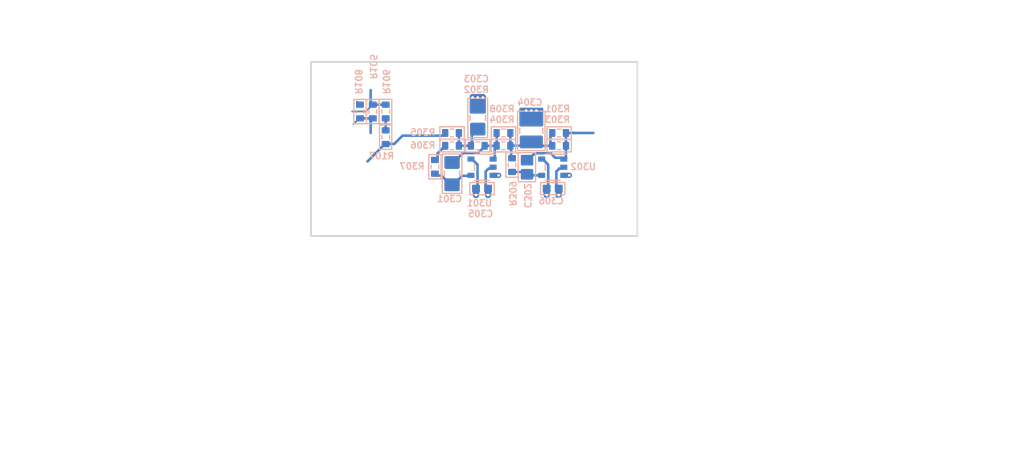
<source format=kicad_pcb>
(kicad_pcb (version 20221018) (generator pcbnew)

  (general
    (thickness 1.6)
  )

  (paper "A4")
  (layers
    (0 "F.Cu" signal "Top Layer")
    (1 "In1.Cu" signal "Layer 1")
    (2 "In2.Cu" signal "Layer 2")
    (31 "B.Cu" signal "Bottom Layer")
    (32 "B.Adhes" user "B.Adhesive")
    (33 "F.Adhes" user "F.Adhesive")
    (34 "B.Paste" user "Bottom Paste")
    (35 "F.Paste" user "Top Paste")
    (36 "B.SilkS" user "Bottom Overlay")
    (37 "F.SilkS" user "Top Overlay")
    (38 "B.Mask" user "Bottom Solder")
    (39 "F.Mask" user "Top Solder")
    (40 "Dwgs.User" user "Sheet")
    (41 "Cmts.User" user "User.Comments")
    (42 "Eco1.User" user "User.Eco1")
    (43 "Eco2.User" user "Bottom 3D Body")
    (44 "Edge.Cuts" user)
    (45 "Margin" user)
    (46 "B.CrtYd" user "B.Courtyard")
    (47 "F.CrtYd" user "F.Courtyard")
    (48 "B.Fab" user "Bottom Component Center")
    (49 "F.Fab" user "Bottom Courtyard")
    (50 "User.1" user "Top 3D Body")
    (51 "User.2" user "Top Courtyard")
    (52 "User.3" user "Top Component Center")
    (53 "User.4" user "Top Assembly")
    (54 "User.5" user "Top Designator")
    (55 "User.6" user "Top Value")
    (56 "User.7" user "Top Body Outline")
    (57 "User.8" user "Bottom Body Outline")
    (58 "User.9" user "Board Shape")
  )

  (setup
    (pad_to_mask_clearance 0)
    (aux_axis_origin 23.4376 186.5671)
    (grid_origin 23.4376 186.5671)
    (pcbplotparams
      (layerselection 0x00010fc_ffffffff)
      (plot_on_all_layers_selection 0x0000000_00000000)
      (disableapertmacros false)
      (usegerberextensions false)
      (usegerberattributes true)
      (usegerberadvancedattributes true)
      (creategerberjobfile true)
      (dashed_line_dash_ratio 12.000000)
      (dashed_line_gap_ratio 3.000000)
      (svgprecision 4)
      (plotframeref false)
      (viasonmask false)
      (mode 1)
      (useauxorigin false)
      (hpglpennumber 1)
      (hpglpenspeed 20)
      (hpglpendiameter 15.000000)
      (dxfpolygonmode true)
      (dxfimperialunits true)
      (dxfusepcbnewfont true)
      (psnegative false)
      (psa4output false)
      (plotreference true)
      (plotvalue true)
      (plotinvisibletext false)
      (sketchpadsonfab false)
      (subtractmaskfromsilk false)
      (outputformat 1)
      (mirror false)
      (drillshape 1)
      (scaleselection 1)
      (outputdirectory "")
    )
  )

  (net 0 "")
  (net 1 "NetR103_1")
  (net 2 "NetR106_2")
  (net 3 "NetC103_1")
  (net 4 "NetC103_2")
  (net 5 "NetR306_2")
  (net 6 "-VCC")
  (net 7 "NetC304_1")
  (net 8 "NetC303_1")
  (net 9 "NetR107_2")
  (net 10 "NetC302_1")
  (net 11 "NetC301_2")
  (net 12 "NetC301_1")
  (net 13 "NetC102_2")
  (net 14 "GND")
  (net 15 "+VCC")

  (footprint "test2:_Users_Enriq_Google Drive_I+D_Altium Files_Libraries_DB_Library_Footprints/SMT.PcbLib_CAPC1608X09N_DA_YAGEO" (layer "B.Cu") (at 145.0011 99.7536))

  (footprint "test2:_DB_Library_Footprints/SMT.PcbLib_SOT95P280X145-5N_TI" (layer "B.Cu") (at 145.0011 97.2536 180))

  (footprint "test2:_DB_Library_EulerPrecision_Altium_DB.DbLib/Components_CAPC3216X16N_H3_PANASONIC" (layer "B.Cu") (at 144.5011 91.5036 90))

  (footprint "test2:_Users_Enriq_Google Drive_I+D_Altium Files_Libraries_DB_Library_Footprints/SMT.PcbLib_RESC1608X06N_YAGEO" (layer "B.Cu") (at 141.5011 93.2536))

  (footprint "test2:_Users_Enriq_Google Drive_I+D_Altium Files_Libraries_DB_Library_Footprints/SMT.PcbLib_RESC1608X06N_YAGEO" (layer "B.Cu") (at 144.5011 94.7536))

  (footprint "test2:_DB_Library_Footprints/SMT.PcbLib_RESC1608X06N_YAGEO" (layer "B.Cu") (at 147.5011 93.2536))

  (footprint "test2:_DB_Library_EulerPrecision_Altium_DB.DbLib/Components_CAPC2012X12N_J1_PANASONIC" (layer "B.Cu") (at 150.2511 97.2536 90))

  (footprint "test2:_Users_Enriq_Google Drive_I+D_Altium Files_Libraries_DB_Library_Footprints/SMT.PcbLib_RESC1608X06N_YAGEO" (layer "B.Cu") (at 154.0011 94.7536))

  (footprint "test2:_DB_Library_Footprints/SMT.PcbLib_RESC1608X06N_YAGEO" (layer "B.Cu") (at 147.5011 94.7536))

  (footprint "test2:_DB_Library_Footprints/SMT.PcbLib_RESC1608X06N_YAGEO" (layer "B.Cu") (at 133.7511 93.7536 -90))

  (footprint "test2:_Users_Enriq_Google Drive_I+D_Altium Files_Libraries_DB_Library_Footprints/SMT.PcbLib_CAPC1608X09N_DA_YAGEO" (layer "B.Cu") (at 153.2511 99.7536))

  (footprint "test2:_DB_Library_Footprints/SMT.PcbLib_RESC1608X06N_YAGEO" (layer "B.Cu") (at 139.5011 97.2036 90))

  (footprint "test2:_DB_Library_Footprints/SMT.PcbLib_SOT95P280X145-5N_TI" (layer "B.Cu") (at 153.2511 97.2536 180))

  (footprint "test2:_DB_Library_EulerPrecision_Altium_DB.DbLib/Components_CAPC3216X16N_H3_PANASONIC" (layer "B.Cu") (at 141.5011 98.0036 90))

  (footprint "test2:_DB_Library_Footprints/SMT.PcbLib_RESC1608X06N_YAGEO" (layer "B.Cu") (at 133.7511 90.7536 -90))

  (footprint "test2:_DB_Library_Footprints/SMT.PcbLib_RESC1608X06N_YAGEO" (layer "B.Cu") (at 130.7511 90.7536 90))

  (footprint "test2:_Users_Enriq_Google Drive_I+D_Altium Files_Libraries_DB_Library_Footprints/SMT.PcbLib_RESC1608X06N_YAGEO" (layer "B.Cu") (at 148.5011 97.0036 -90))

  (footprint "test2:_DB_Library_EulerPrecision_Altium_DB.DbLib/Components_CAPC3225X16N_G2_PANASONIC" (layer "B.Cu") (at 150.7511 93.0036 90))

  (footprint "test2:_Users_Enriq_Google Drive_I+D_Altium Files_Libraries_DB_Library_Footprints/SMT.PcbLib_RESC1608X06N_YAGEO" (layer "B.Cu") (at 154.0011 93.2536))

  (footprint "test2:_Users_Enriq_Google Drive_I+D_Altium Files_Libraries_DB_Library_Footprints/SMT.PcbLib_RESC1608X06N_YAGEO" (layer "B.Cu") (at 141.5011 94.7536 180))

  (footprint "test2:_DB_Library_Footprints/SMT.PcbLib_RESC1608X06N_YAGEO" (layer "B.Cu") (at 132.2511 90.7536 90))

  (gr_poly
    (pts
      (xy 189.5011 89.7036)
      (xy 189.7011 89.5036)
      (xy 192.3011 89.5036)
      (xy 192.5011 89.7036)
      (xy 192.5011 93.4036)
      (xy 192.3011 93.6036)
      (xy 189.7011 93.6036)
      (xy 189.5011 93.4036)
    )

    (stroke (width 0) (type default)) (fill solid) (layer "In3.Cu") (tstamp 2d0deb3b-216d-4f52-b7c1-0bf7393c0647))
  (gr_poly
    (pts
      (xy 110.7511 111.5036)
      (xy 110.7511 108.5036)
      (xy 111.0511 108.20361)
      (xy 116.30111 108.2036)
      (xy 116.5011 108.4036)
      (xy 116.5011 111.6036)
      (xy 116.3011 111.8036)
      (xy 111.0511 111.8036)
    )

    (stroke (width 0) (type default)) (fill solid) (layer "In3.Cu") (tstamp e82637a8-51d9-413b-9029-c120ad7535c1))
  (gr_poly
    (pts
      (xy 110.7511 111.5036)
      (xy 110.7511 108.5036)
      (xy 111.0511 108.20361)
      (xy 116.30111 108.2036)
      (xy 116.5011 108.4036)
      (xy 116.5011 111.6036)
      (xy 116.3011 111.8036)
      (xy 111.0511 111.8036)
    )

    (stroke (width 0) (type default)) (fill solid) (layer "In4.Cu") (tstamp 83fa49ae-b075-4156-8827-a2c7547f7ab6))
  (gr_poly
    (pts
      (xy 189.5011 89.7036)
      (xy 189.7011 89.5036)
      (xy 192.3011 89.5036)
      (xy 192.5011 89.7036)
      (xy 192.5011 93.4036)
      (xy 192.3011 93.6036)
      (xy 189.7011 93.6036)
      (xy 189.5011 93.4036)
    )

    (stroke (width 0) (type default)) (fill solid) (layer "In4.Cu") (tstamp a1f6d086-08f9-4714-a82f-bf8d1ec31bf1))
  (gr_poly
    (pts
      (xy 189.5011 89.7036)
      (xy 189.7011 89.5036)
      (xy 192.3011 89.5036)
      (xy 192.5011 89.7036)
      (xy 192.5011 93.4036)
      (xy 192.3011 93.6036)
      (xy 189.7011 93.6036)
      (xy 189.5011 93.4036)
    )

    (stroke (width 0) (type default)) (fill solid) (layer "In5.Cu") (tstamp 6c06d027-91e0-410d-a5d3-eaea2963ccb4))
  (gr_poly
    (pts
      (xy 110.7511 111.5036)
      (xy 110.7511 108.5036)
      (xy 111.0511 108.20361)
      (xy 116.30111 108.2036)
      (xy 116.5011 108.4036)
      (xy 116.5011 111.6036)
      (xy 116.3011 111.8036)
      (xy 111.0511 111.8036)
    )

    (stroke (width 0) (type default)) (fill solid) (layer "In5.Cu") (tstamp ed2a3181-af99-4ec6-afc7-f94607a565e8))
  (gr_poly
    (pts
      (xy 189.5011 89.7036)
      (xy 189.7011 89.5036)
      (xy 192.3011 89.5036)
      (xy 192.5011 89.7036)
      (xy 192.5011 93.4036)
      (xy 192.3011 93.6036)
      (xy 189.7011 93.6036)
      (xy 189.5011 93.4036)
    )

    (stroke (width 0) (type default)) (fill solid) (layer "In6.Cu") (tstamp 6a777c67-13e9-459a-9036-0bb4e83250b1))
  (gr_poly
    (pts
      (xy 110.7511 111.5036)
      (xy 110.7511 108.5036)
      (xy 111.0511 108.20361)
      (xy 116.30111 108.2036)
      (xy 116.5011 108.4036)
      (xy 116.5011 111.6036)
      (xy 116.3011 111.8036)
      (xy 111.0511 111.8036)
    )

    (stroke (width 0) (type default)) (fill solid) (layer "In6.Cu") (tstamp 8753b827-7415-4def-9a0d-99e35b03fbc4))
  (gr_poly
    (pts
      (xy 110.7511 111.5036)
      (xy 110.7511 108.5036)
      (xy 111.0511 108.20361)
      (xy 116.30111 108.2036)
      (xy 116.5011 108.4036)
      (xy 116.5011 111.6036)
      (xy 116.3011 111.8036)
      (xy 111.0511 111.8036)
    )

    (stroke (width 0) (type default)) (fill solid) (layer "In7.Cu") (tstamp 22ed9c59-f4f5-453b-8c1d-d1d66fb9a110))
  (gr_poly
    (pts
      (xy 189.5011 89.7036)
      (xy 189.7011 89.5036)
      (xy 192.3011 89.5036)
      (xy 192.5011 89.7036)
      (xy 192.5011 93.4036)
      (xy 192.3011 93.6036)
      (xy 189.7011 93.6036)
      (xy 189.5011 93.4036)
    )

    (stroke (width 0) (type default)) (fill solid) (layer "In7.Cu") (tstamp 9c245c57-d2be-44bd-be44-9ed0e6bd6b8d))
  (gr_poly
    (pts
      (xy 110.7511 111.5036)
      (xy 110.7511 108.5036)
      (xy 111.0511 108.20361)
      (xy 116.30111 108.2036)
      (xy 116.5011 108.4036)
      (xy 116.5011 111.6036)
      (xy 116.3011 111.8036)
      (xy 111.0511 111.8036)
    )

    (stroke (width 0) (type default)) (fill solid) (layer "In8.Cu") (tstamp 18e3fda2-79c7-4bb1-bdda-994c9d6367cc))
  (gr_poly
    (pts
      (xy 189.5011 89.7036)
      (xy 189.7011 89.5036)
      (xy 192.3011 89.5036)
      (xy 192.5011 89.7036)
      (xy 192.5011 93.4036)
      (xy 192.3011 93.6036)
      (xy 189.7011 93.6036)
      (xy 189.5011 93.4036)
    )

    (stroke (width 0) (type default)) (fill solid) (layer "In8.Cu") (tstamp 3c538fc5-384e-49e2-8514-c4803ca657e5))
  (gr_poly
    (pts
      (xy 189.5011 89.7036)
      (xy 189.7011 89.5036)
      (xy 192.3011 89.5036)
      (xy 192.5011 89.7036)
      (xy 192.5011 93.4036)
      (xy 192.3011 93.6036)
      (xy 189.7011 93.6036)
      (xy 189.5011 93.4036)
    )

    (stroke (width 0) (type default)) (fill solid) (layer "In9.Cu") (tstamp 2f3a4635-e1a1-4e8a-94ba-5e03b24e7372))
  (gr_poly
    (pts
      (xy 110.7511 111.5036)
      (xy 110.7511 108.5036)
      (xy 111.0511 108.20361)
      (xy 116.30111 108.2036)
      (xy 116.5011 108.4036)
      (xy 116.5011 111.6036)
      (xy 116.3011 111.8036)
      (xy 111.0511 111.8036)
    )

    (stroke (width 0) (type default)) (fill solid) (layer "In9.Cu") (tstamp 36a4e4bb-cbe0-4123-99c5-1f2a28bd0fcc))
  (gr_poly
    (pts
      (xy 110.7511 111.5036)
      (xy 110.7511 108.5036)
      (xy 111.0511 108.20361)
      (xy 116.30111 108.2036)
      (xy 116.5011 108.4036)
      (xy 116.5011 111.6036)
      (xy 116.3011 111.8036)
      (xy 111.0511 111.8036)
    )

    (stroke (width 0) (type default)) (fill solid) (layer "In10.Cu") (tstamp adce12a2-9c40-4507-98b0-71877c0f8ca3))
  (gr_poly
    (pts
      (xy 189.5011 89.7036)
      (xy 189.7011 89.5036)
      (xy 192.3011 89.5036)
      (xy 192.5011 89.7036)
      (xy 192.5011 93.4036)
      (xy 192.3011 93.6036)
      (xy 189.7011 93.6036)
      (xy 189.5011 93.4036)
    )

    (stroke (width 0) (type default)) (fill solid) (layer "In10.Cu") (tstamp b9cf15a7-aa65-4406-bcdc-9d3a4dc661be))
  (gr_poly
    (pts
      (xy 189.5011 89.7036)
      (xy 189.7011 89.5036)
      (xy 192.3011 89.5036)
      (xy 192.5011 89.7036)
      (xy 192.5011 93.4036)
      (xy 192.3011 93.6036)
      (xy 189.7011 93.6036)
      (xy 189.5011 93.4036)
    )

    (stroke (width 0) (type default)) (fill solid) (layer "In11.Cu") (tstamp 0239a195-625d-4eb4-b344-f369ac1e54f8))
  (gr_poly
    (pts
      (xy 110.7511 111.5036)
      (xy 110.7511 108.5036)
      (xy 111.0511 108.20361)
      (xy 116.30111 108.2036)
      (xy 116.5011 108.4036)
      (xy 116.5011 111.6036)
      (xy 116.3011 111.8036)
      (xy 111.0511 111.8036)
    )

    (stroke (width 0) (type default)) (fill solid) (layer "In11.Cu") (tstamp 8b06af97-b512-46dc-875e-3e6bfbadf5d9))
  (gr_poly
    (pts
      (xy 110.7511 111.5036)
      (xy 110.7511 108.5036)
      (xy 111.0511 108.20361)
      (xy 116.30111 108.2036)
      (xy 116.5011 108.4036)
      (xy 116.5011 111.6036)
      (xy 116.3011 111.8036)
      (xy 111.0511 111.8036)
    )

    (stroke (width 0) (type default)) (fill solid) (layer "In12.Cu") (tstamp 64b3c87d-5b96-46e9-a798-d9aa59d47b6e))
  (gr_poly
    (pts
      (xy 189.5011 89.7036)
      (xy 189.7011 89.5036)
      (xy 192.3011 89.5036)
      (xy 192.5011 89.7036)
      (xy 192.5011 93.4036)
      (xy 192.3011 93.6036)
      (xy 189.7011 93.6036)
      (xy 189.5011 93.4036)
    )

    (stroke (width 0) (type default)) (fill solid) (layer "In12.Cu") (tstamp a6de55ef-9cd4-4e44-9fb1-0b03261d6648))
  (gr_poly
    (pts
      (xy 189.5011 89.7036)
      (xy 189.7011 89.5036)
      (xy 192.3011 89.5036)
      (xy 192.5011 89.7036)
      (xy 192.5011 93.4036)
      (xy 192.3011 93.6036)
      (xy 189.7011 93.6036)
      (xy 189.5011 93.4036)
    )

    (stroke (width 0) (type default)) (fill solid) (layer "In13.Cu") (tstamp 52258638-af51-4cf3-a7d6-20490b66d714))
  (gr_poly
    (pts
      (xy 110.7511 111.5036)
      (xy 110.7511 108.5036)
      (xy 111.0511 108.20361)
      (xy 116.30111 108.2036)
      (xy 116.5011 108.4036)
      (xy 116.5011 111.6036)
      (xy 116.3011 111.8036)
      (xy 111.0511 111.8036)
    )

    (stroke (width 0) (type default)) (fill solid) (layer "In13.Cu") (tstamp a0299114-e375-4b01-91a3-f4ce7f2721f0))
  (gr_poly
    (pts
      (xy 110.7511 111.5036)
      (xy 110.7511 108.5036)
      (xy 111.0511 108.20361)
      (xy 116.30111 108.2036)
      (xy 116.5011 108.4036)
      (xy 116.5011 111.6036)
      (xy 116.3011 111.8036)
      (xy 111.0511 111.8036)
    )

    (stroke (width 0) (type default)) (fill solid) (layer "In14.Cu") (tstamp 087a8078-9c12-4605-b884-99364aedfbd8))
  (gr_poly
    (pts
      (xy 189.5011 89.7036)
      (xy 189.7011 89.5036)
      (xy 192.3011 89.5036)
      (xy 192.5011 89.7036)
      (xy 192.5011 93.4036)
      (xy 192.3011 93.6036)
      (xy 189.7011 93.6036)
      (xy 189.5011 93.4036)
    )

    (stroke (width 0) (type default)) (fill solid) (layer "In14.Cu") (tstamp f31dd7eb-3890-483b-a7b1-18747f94d68e))
  (gr_poly
    (pts
      (xy 189.5011 89.7036)
      (xy 189.7011 89.5036)
      (xy 192.3011 89.5036)
      (xy 192.5011 89.7036)
      (xy 192.5011 93.4036)
      (xy 192.3011 93.6036)
      (xy 189.7011 93.6036)
      (xy 189.5011 93.4036)
    )

    (stroke (width 0) (type default)) (fill solid) (layer "In15.Cu") (tstamp 41f74e94-9ffa-4b4f-94b3-d227ed991fe4))
  (gr_poly
    (pts
      (xy 110.7511 111.5036)
      (xy 110.7511 108.5036)
      (xy 111.0511 108.20361)
      (xy 116.30111 108.2036)
      (xy 116.5011 108.4036)
      (xy 116.5011 111.6036)
      (xy 116.3011 111.8036)
      (xy 111.0511 111.8036)
    )

    (stroke (width 0) (type default)) (fill solid) (layer "In15.Cu") (tstamp b4b58f1e-5d4c-467e-83d6-9d588dc9a1ee))
  (gr_poly
    (pts
      (xy 110.7511 111.5036)
      (xy 110.7511 108.5036)
      (xy 111.0511 108.20361)
      (xy 116.30111 108.2036)
      (xy 116.5011 108.4036)
      (xy 116.5011 111.6036)
      (xy 116.3011 111.8036)
      (xy 111.0511 111.8036)
    )

    (stroke (width 0) (type default)) (fill solid) (layer "In16.Cu") (tstamp 041b6ea7-142d-4469-87cc-4823a5e63d90))
  (gr_poly
    (pts
      (xy 189.5011 89.7036)
      (xy 189.7011 89.5036)
      (xy 192.3011 89.5036)
      (xy 192.5011 89.7036)
      (xy 192.5011 93.4036)
      (xy 192.3011 93.6036)
      (xy 189.7011 93.6036)
      (xy 189.5011 93.4036)
    )

    (stroke (width 0) (type default)) (fill solid) (layer "In16.Cu") (tstamp 39207199-b7c1-4122-8954-5d0654bf72f1))
  (gr_poly
    (pts
      (xy 110.7511 111.5036)
      (xy 110.7511 108.5036)
      (xy 111.0511 108.20361)
      (xy 116.30111 108.2036)
      (xy 116.5011 108.4036)
      (xy 116.5011 111.6036)
      (xy 116.3011 111.8036)
      (xy 111.0511 111.8036)
    )

    (stroke (width 0) (type default)) (fill solid) (layer "In17.Cu") (tstamp cb124824-19d8-48dd-af27-aff258ab2ca9))
  (gr_poly
    (pts
      (xy 189.5011 89.7036)
      (xy 189.7011 89.5036)
      (xy 192.3011 89.5036)
      (xy 192.5011 89.7036)
      (xy 192.5011 93.4036)
      (xy 192.3011 93.6036)
      (xy 189.7011 93.6036)
      (xy 189.5011 93.4036)
    )

    (stroke (width 0) (type default)) (fill solid) (layer "In17.Cu") (tstamp ec78fc49-b74b-4525-9432-7b34ef9b6dd8))
  (gr_poly
    (pts
      (xy 189.5011 89.7036)
      (xy 189.7011 89.5036)
      (xy 192.3011 89.5036)
      (xy 192.5011 89.7036)
      (xy 192.5011 93.4036)
      (xy 192.3011 93.6036)
      (xy 189.7011 93.6036)
      (xy 189.5011 93.4036)
    )

    (stroke (width 0) (type default)) (fill solid) (layer "In18.Cu") (tstamp 416370ba-c347-4aa1-88c8-14ac5b334add))
  (gr_poly
    (pts
      (xy 110.7511 111.5036)
      (xy 110.7511 108.5036)
      (xy 111.0511 108.20361)
      (xy 116.30111 108.2036)
      (xy 116.5011 108.4036)
      (xy 116.5011 111.6036)
      (xy 116.3011 111.8036)
      (xy 111.0511 111.8036)
    )

    (stroke (width 0) (type default)) (fill solid) (layer "In18.Cu") (tstamp e991612e-0055-4af6-8c44-434e1389730b))
  (gr_poly
    (pts
      (xy 110.7511 111.5036)
      (xy 110.7511 108.5036)
      (xy 111.0511 108.20361)
      (xy 116.30111 108.2036)
      (xy 116.5011 108.4036)
      (xy 116.5011 111.6036)
      (xy 116.3011 111.8036)
      (xy 111.0511 111.8036)
    )

    (stroke (width 0) (type default)) (fill solid) (layer "In19.Cu") (tstamp a875ff53-1326-4a22-95e6-dad254ce88b6))
  (gr_poly
    (pts
      (xy 189.5011 89.7036)
      (xy 189.7011 89.5036)
      (xy 192.3011 89.5036)
      (xy 192.5011 89.7036)
      (xy 192.5011 93.4036)
      (xy 192.3011 93.6036)
      (xy 189.7011 93.6036)
      (xy 189.5011 93.4036)
    )

    (stroke (width 0) (type default)) (fill solid) (layer "In19.Cu") (tstamp f210f7b1-7416-422b-a787-bd5a81cc7770))
  (gr_poly
    (pts
      (xy 110.7511 111.5036)
      (xy 110.7511 108.5036)
      (xy 111.0511 108.20361)
      (xy 116.30111 108.2036)
      (xy 116.5011 108.4036)
      (xy 116.5011 111.6036)
      (xy 116.3011 111.8036)
      (xy 111.0511 111.8036)
    )

    (stroke (width 0) (type default)) (fill solid) (layer "In20.Cu") (tstamp 17d194e3-50b5-49ff-bd2b-46d35f252bec))
  (gr_poly
    (pts
      (xy 189.5011 89.7036)
      (xy 189.7011 89.5036)
      (xy 192.3011 89.5036)
      (xy 192.5011 89.7036)
      (xy 192.5011 93.4036)
      (xy 192.3011 93.6036)
      (xy 189.7011 93.6036)
      (xy 189.5011 93.4036)
    )

    (stroke (width 0) (type default)) (fill solid) (layer "In20.Cu") (tstamp dece3ba0-80d5-4c13-84cc-2240709d62d4))
  (gr_poly
    (pts
      (xy 110.7511 111.5036)
      (xy 110.7511 108.5036)
      (xy 111.0511 108.20361)
      (xy 116.30111 108.2036)
      (xy 116.5011 108.4036)
      (xy 116.5011 111.6036)
      (xy 116.3011 111.8036)
      (xy 111.0511 111.8036)
    )

    (stroke (width 0) (type default)) (fill solid) (layer "In21.Cu") (tstamp 95aa52ce-600e-42a3-a05b-0e3c20b807fe))
  (gr_poly
    (pts
      (xy 189.5011 89.7036)
      (xy 189.7011 89.5036)
      (xy 192.3011 89.5036)
      (xy 192.5011 89.7036)
      (xy 192.5011 93.4036)
      (xy 192.3011 93.6036)
      (xy 189.7011 93.6036)
      (xy 189.5011 93.4036)
    )

    (stroke (width 0) (type default)) (fill solid) (layer "In21.Cu") (tstamp c9208f95-34d1-4035-b451-e408a4051f0a))
  (gr_poly
    (pts
      (xy 110.7511 111.5036)
      (xy 110.7511 108.5036)
      (xy 111.0511 108.20361)
      (xy 116.30111 108.2036)
      (xy 116.5011 108.4036)
      (xy 116.5011 111.6036)
      (xy 116.3011 111.8036)
      (xy 111.0511 111.8036)
    )

    (stroke (width 0) (type default)) (fill solid) (layer "In22.Cu") (tstamp 4a19672e-9da5-4793-a2c9-6cdd5adf803d))
  (gr_poly
    (pts
      (xy 189.5011 89.7036)
      (xy 189.7011 89.5036)
      (xy 192.3011 89.5036)
      (xy 192.5011 89.7036)
      (xy 192.5011 93.4036)
      (xy 192.3011 93.6036)
      (xy 189.7011 93.6036)
      (xy 189.5011 93.4036)
    )

    (stroke (width 0) (type default)) (fill solid) (layer "In22.Cu") (tstamp dd7055c3-7629-4037-9fe1-bca206173a5f))
  (gr_poly
    (pts
      (xy 189.5011 89.7036)
      (xy 189.7011 89.5036)
      (xy 192.3011 89.5036)
      (xy 192.5011 89.7036)
      (xy 192.5011 93.4036)
      (xy 192.3011 93.6036)
      (xy 189.7011 93.6036)
      (xy 189.5011 93.4036)
    )

    (stroke (width 0) (type default)) (fill solid) (layer "In23.Cu") (tstamp 2179e19c-c48b-4899-8741-866a07d9db61))
  (gr_poly
    (pts
      (xy 110.7511 111.5036)
      (xy 110.7511 108.5036)
      (xy 111.0511 108.20361)
      (xy 116.30111 108.2036)
      (xy 116.5011 108.4036)
      (xy 116.5011 111.6036)
      (xy 116.3011 111.8036)
      (xy 111.0511 111.8036)
    )

    (stroke (width 0) (type default)) (fill solid) (layer "In23.Cu") (tstamp ae6546b0-ba3d-4697-a377-ac715e444470))
  (gr_poly
    (pts
      (xy 189.5011 89.7036)
      (xy 189.7011 89.5036)
      (xy 192.3011 89.5036)
      (xy 192.5011 89.7036)
      (xy 192.5011 93.4036)
      (xy 192.3011 93.6036)
      (xy 189.7011 93.6036)
      (xy 189.5011 93.4036)
    )

    (stroke (width 0) (type default)) (fill solid) (layer "In24.Cu") (tstamp 83d8c03a-4318-4038-b0de-d2f12cfb5aa9))
  (gr_poly
    (pts
      (xy 110.7511 111.5036)
      (xy 110.7511 108.5036)
      (xy 111.0511 108.20361)
      (xy 116.30111 108.2036)
      (xy 116.5011 108.4036)
      (xy 116.5011 111.6036)
      (xy 116.3011 111.8036)
      (xy 111.0511 111.8036)
    )

    (stroke (width 0) (type default)) (fill solid) (layer "In24.Cu") (tstamp cf50a0d3-4aa5-4894-8d9b-8f03419d6ce2))
  (gr_poly
    (pts
      (xy 189.5011 89.7036)
      (xy 189.7011 89.5036)
      (xy 192.3011 89.5036)
      (xy 192.5011 89.7036)
      (xy 192.5011 93.4036)
      (xy 192.3011 93.6036)
      (xy 189.7011 93.6036)
      (xy 189.5011 93.4036)
    )

    (stroke (width 0) (type default)) (fill solid) (layer "In25.Cu") (tstamp 8faf4f35-a176-494b-98a1-3088b6e2f41a))
  (gr_poly
    (pts
      (xy 110.7511 111.5036)
      (xy 110.7511 108.5036)
      (xy 111.0511 108.20361)
      (xy 116.30111 108.2036)
      (xy 116.5011 108.4036)
      (xy 116.5011 111.6036)
      (xy 116.3011 111.8036)
      (xy 111.0511 111.8036)
    )

    (stroke (width 0) (type default)) (fill solid) (layer "In25.Cu") (tstamp 97212097-447d-4076-a1d1-665a27b373ad))
  (gr_poly
    (pts
      (xy 110.7511 111.5036)
      (xy 110.7511 108.5036)
      (xy 111.0511 108.20361)
      (xy 116.30111 108.2036)
      (xy 116.5011 108.4036)
      (xy 116.5011 111.6036)
      (xy 116.3011 111.8036)
      (xy 111.0511 111.8036)
    )

    (stroke (width 0) (type default)) (fill solid) (layer "In26.Cu") (tstamp 4169dda6-748a-4a04-80b5-3b1f68e4a25d))
  (gr_poly
    (pts
      (xy 189.5011 89.7036)
      (xy 189.7011 89.5036)
      (xy 192.3011 89.5036)
      (xy 192.5011 89.7036)
      (xy 192.5011 93.4036)
      (xy 192.3011 93.6036)
      (xy 189.7011 93.6036)
      (xy 189.5011 93.4036)
    )

    (stroke (width 0) (type default)) (fill solid) (layer "In26.Cu") (tstamp 4c2ef1b2-a08f-473e-a081-910f2f098992))
  (gr_poly
    (pts
      (xy 110.7511 111.5036)
      (xy 110.7511 108.5036)
      (xy 111.0511 108.20361)
      (xy 116.30111 108.2036)
      (xy 116.5011 108.4036)
      (xy 116.5011 111.6036)
      (xy 116.3011 111.8036)
      (xy 111.0511 111.8036)
    )

    (stroke (width 0) (type default)) (fill solid) (layer "In27.Cu") (tstamp 06bb6b26-b0bc-4d41-803d-2146a827c070))
  (gr_poly
    (pts
      (xy 189.5011 89.7036)
      (xy 189.7011 89.5036)
      (xy 192.3011 89.5036)
      (xy 192.5011 89.7036)
      (xy 192.5011 93.4036)
      (xy 192.3011 93.6036)
      (xy 189.7011 93.6036)
      (xy 189.5011 93.4036)
    )

    (stroke (width 0) (type default)) (fill solid) (layer "In27.Cu") (tstamp 10c322bf-9b0b-4967-8a76-8e865386f5f4))
  (gr_poly
    (pts
      (xy 189.5011 89.7036)
      (xy 189.7011 89.5036)
      (xy 192.3011 89.5036)
      (xy 192.5011 89.7036)
      (xy 192.5011 93.4036)
      (xy 192.3011 93.6036)
      (xy 189.7011 93.6036)
      (xy 189.5011 93.4036)
    )

    (stroke (width 0) (type default)) (fill solid) (layer "In28.Cu") (tstamp 8f703a86-2982-493b-991c-6baa4db9e6ef))
  (gr_poly
    (pts
      (xy 110.7511 111.5036)
      (xy 110.7511 108.5036)
      (xy 111.0511 108.20361)
      (xy 116.30111 108.2036)
      (xy 116.5011 108.4036)
      (xy 116.5011 111.6036)
      (xy 116.3011 111.8036)
      (xy 111.0511 111.8036)
    )

    (stroke (width 0) (type default)) (fill solid) (layer "In28.Cu") (tstamp dcc0806e-8f66-4d93-9c90-d2068c184709))
  (gr_poly
    (pts
      (xy 189.5011 89.7036)
      (xy 189.7011 89.5036)
      (xy 192.3011 89.5036)
      (xy 192.5011 89.7036)
      (xy 192.5011 93.4036)
      (xy 192.3011 93.6036)
      (xy 189.7011 93.6036)
      (xy 189.5011 93.4036)
    )

    (stroke (width 0) (type default)) (fill solid) (layer "In29.Cu") (tstamp 3bd5b780-ec6f-4d6a-9b00-391a4cd70336))
  (gr_poly
    (pts
      (xy 110.7511 111.5036)
      (xy 110.7511 108.5036)
      (xy 111.0511 108.20361)
      (xy 116.30111 108.2036)
      (xy 116.5011 108.4036)
      (xy 116.5011 111.6036)
      (xy 116.3011 111.8036)
      (xy 111.0511 111.8036)
    )

    (stroke (width 0) (type default)) (fill solid) (layer "In29.Cu") (tstamp 7a0cb8be-2cec-4279-bcf9-95f1e0635daf))
  (gr_poly
    (pts
      (xy 189.5011 89.7036)
      (xy 189.7011 89.5036)
      (xy 192.3011 89.5036)
      (xy 192.5011 89.7036)
      (xy 192.5011 93.4036)
      (xy 192.3011 93.6036)
      (xy 189.7011 93.6036)
      (xy 189.5011 93.4036)
    )

    (stroke (width 0) (type default)) (fill solid) (layer "In30.Cu") (tstamp 51892b4a-445c-4e3b-b0ad-4b818aed1c35))
  (gr_poly
    (pts
      (xy 110.7511 111.5036)
      (xy 110.7511 108.5036)
      (xy 111.0511 108.20361)
      (xy 116.30111 108.2036)
      (xy 116.5011 108.4036)
      (xy 116.5011 111.6036)
      (xy 116.3011 111.8036)
      (xy 111.0511 111.8036)
    )

    (stroke (width 0) (type default)) (fill solid) (layer "In30.Cu") (tstamp b29b74e0-8de9-4ab9-bb33-1c35fbf44b0e))
  (gr_poly
    (pts
      (xy 149.3511 90.4036)
      (xy 149.4511 90.3036)
      (xy 152.0511 90.3036)
      (xy 152.1511 90.4036)
      (xy 152.1511 92.40359)
      (xy 152.0511 92.5036)
      (xy 149.45111 92.5036)
      (xy 149.3511 92.40359)
    )

    (stroke (width 0) (type default)) (fill solid) (layer "B.Cu") (tstamp 7b84afa9-94d1-439d-9c83-ae2f0b95299a))
  (gr_poly
    (pts
      (xy 143.5511 88.9036)
      (xy 143.7511 88.7036)
      (xy 145.2511 88.7036)
      (xy 145.4511 88.9036)
      (xy 145.4511 90.9036)
      (xy 145.3511 91.0036)
      (xy 143.6511 91.0036)
      (xy 143.5511 90.9036)
    )

    (stroke (width 0) (type default)) (fill solid) (layer "B.Cu") (tstamp be956c7c-a228-40f4-9134-5a4b262423c7))
  (gr_rect (start 125.0376 84.9671) (end 163.1376 105.2871)
    (stroke (width 0.2) (type default)) (fill none) (layer "Edge.Cuts") (tstamp 02c0fe5a-676b-4662-9716-3ee9849a0986))

  (segment (start 130.4361 89.73359) (end 130.4361 89.6386) (width 0.3) (layer "B.Cu") (net 1) (tstamp 41717fa2-5591-4940-8e7a-ee0c946909e2))
  (segment (start 130.4361 89.73359) (end 130.6561 89.9536) (width 0.3) (layer "B.Cu") (net 1) (tstamp 6a7297c2-3049-48a5-98e8-9d471e4e5093))
  (segment (start 130.6561 89.9536) (end 130.7511 89.9536) (width 0.3) (layer "B.Cu") (net 1) (tstamp 7b972b2a-e6d8-46ce-9759-a0ccf08fd96f))
  (segment (start 133.7511 92.9536) (end 133.7511 91.5536) (width 0.3) (layer "B.Cu") (net 2) (tstamp 19910f9d-315f-4976-b95a-d6e87b5ef2e2))
  (segment (start 131.8861 90.3186) (end 131.8861 90.2236) (width 0.2) (layer "B.Cu") (net 3) (tstamp 0991415f-190d-48dd-9b46-a12af6f914c4))
  (segment (start 129.83589 90.74924) (end 131.45546 90.74924) (width 0.2) (layer "B.Cu") (net 3) (tstamp 1ba3c3b2-75ac-43dd-83c3-30c19f1c5f3a))
  (segment (start 131.8861 90.2236) (end 132.1561 89.9536) (width 0.2) (layer "B.Cu") (net 3) (tstamp 2c621f59-a303-4ef3-8dbb-70186c10d434))
  (segment (start 132.1561 89.9536) (end 132.2511 89.9536) (width 0.2) (layer "B.Cu") (net 3) (tstamp 5cd4fd62-b62c-48cc-b4da-90a1bf10fb77))
  (segment (start 131.45546 90.74924) (end 131.8861 90.3186) (width 0.2) (layer "B.Cu") (net 3) (tstamp 6a466f27-1343-45df-a1a8-b68441cf4e1f))
  (segment (start 132.0011 89.73359) (end 132.0011 88.2536) (width 0.3) (layer "B.Cu") (net 3) (tstamp 788ce23e-fa01-4e5f-aca3-e5928d0ca0e3))
  (segment (start 132.2511 89.9536) (end 133.7511 89.9536) (width 0.3) (layer "B.Cu") (net 3) (tstamp aba1816a-e24c-4743-81c9-34d0be3f7028))
  (segment (start 132.2211 89.9536) (end 132.2511 89.9536) (width 0.3) (layer "B.Cu") (net 3) (tstamp bc5851aa-15a4-4fda-b299-8bc0982484bd))
  (segment (start 132.0011 89.73359) (end 132.2211 89.9536) (width 0.3) (layer "B.Cu") (net 3) (tstamp ebffd476-5fc8-4b8b-ac1b-0d80ac30a4ed))
  (segment (start 130.6561 91.5536) (end 130.7511 91.5536) (width 0.2) (layer "B.Cu") (net 4) (tstamp 0094b95d-27b0-4901-8b1e-9cd19c25b8eb))
  (segment (start 132.2211 91.5536) (end 132.2511 91.5536) (width 0.3) (layer "B.Cu") (net 4) (tstamp 13635a2e-b571-4a7b-a5a4-bd3f534be644))
  (segment (start 132.0011 93.2536) (end 132.0011 91.7736) (width 0.3) (layer "B.Cu") (net 4) (tstamp 5a32aa4a-5f63-469a-ae77-536e34276ead))
  (segment (start 132.0011 91.7736) (end 132.2211 91.5536) (width 0.3) (layer "B.Cu") (net 4) (tstamp 64378dfa-86c1-4c4a-89df-62f2028e37a8))
  (segment (start 132.0011 91.5536) (end 132.0011 91.5536) (width 0.3) (layer "B.Cu") (net 4) (tstamp a43c85a0-9bfb-4505-b372-60e370a6b3fe))
  (segment (start 130.5011 91.5536) (end 132.0011 91.5536) (width 0.3) (layer "B.Cu") (net 4) (tstamp c6ce97f3-ad5b-4610-9a28-5dd44948d0bf))
  (segment (start 129.99111 92.21859) (end 130.6561 91.5536) (width 0.2) (layer "B.Cu") (net 4) (tstamp d2e57059-6bea-450b-b069-a896422cbc68))
  (segment (start 139.8145 95.6402) (end 140.3861 95.0686) (width 0.3) (layer "B.Cu") (net 5) (tstamp 196ee105-f911-4655-b590-d950ab4d66ac))
  (segment (start 139.5961 96.40359) (end 139.8145 96.18519) (width 0.3) (layer "B.Cu") (net 5) (tstamp 37f70079-5f79-4a8f-b0bc-6791270f08b8))
  (segment (start 139.8145 96.18519) (end 139.8145 95.6402) (width 0.3) (layer "B.Cu") (net 5) (tstamp 5207d8d8-8e9b-42c8-8e97-35a6372e8ab1))
  (segment (start 140.3861 95.0686) (end 140.4811 95.0686) (width 0.3) (layer "B.Cu") (net 5) (tstamp 729f56ec-2965-4bb3-86db-c79586a22917))
  (segment (start 140.4811 95.0686) (end 140.7011 94.8486) (width 0.3) (layer "B.Cu") (net 5) (tstamp b10eccf8-a993-421a-ab54-80b443d26026))
  (segment (start 140.7011 94.8486) (end 140.7011 94.7536) (width 0.3) (layer "B.Cu") (net 5) (tstamp cacd709d-787a-461b-87df-474bcf7f5671))
  (via (at 153.95611 100.4986) (size 0.6) (drill 0.3) (layers "F.Cu" "B.Cu") (net 6) (tstamp 62b8159b-bffb-406c-b3c3-513ddaffcc50))
  (via (at 145.70611 100.4986) (size 0.6) (drill 0.3) (layers "F.Cu" "B.Cu") (net 6) (tstamp e260d112-5803-4946-826c-504cb0919588))
  (segment (start 145.4271 97.75687) (end 145.77537 97.4086) (width 0.3) (layer "B.Cu") (net 6) (tstamp 0bd79dd7-aec3-4386-9d45-42fb566ecd2f))
  (segment (start 153.6771 97.75687) (end 154.02537 97.4086) (width 0.3) (layer "B.Cu") (net 6) (tstamp 14ee9670-c234-4663-af3e-b9e4ebed0cf7))
  (segment (start 153.6771 99.4746) (end 153.6771 97.75687) (width 0.3) (layer "B.Cu") (net 6) (tstamp 2cd52d63-2cf0-4567-a707-b1b0a431f2e4))
  (segment (start 153.6771 99.4746) (end 153.9561 99.7536) (width 0.3) (layer "B.Cu") (net 6) (tstamp 2db07dc2-96d7-40ed-9e9d-909251f79e05))
  (segment (start 154.3871 97.4086) (end 154.5421 97.2536) (width 0.3) (layer "B.Cu") (net 6) (tstamp 3a2b3b19-8022-48ae-b83b-cd8e7ff2754e))
  (segment (start 145.4271 99.4746) (end 145.4271 97.75687) (width 0.3) (layer "B.Cu") (net 6) (tstamp 573fa270-bafd-4862-ae93-4915ad01483d))
  (segment (start 145.4271 99.4746) (end 145.7061 99.7536) (width 0.3) (layer "B.Cu") (net 6) (tstamp 5dd0d991-7c52-4e31-a176-72da1877606e))
  (segment (start 154.02537 97.4086) (end 154.3871 97.4086) (width 0.3) (layer "B.Cu") (net 6) (tstamp 8e4f8bc8-1cee-41e5-96be-9286e7a52803))
  (segment (start 153.95611 100.4986) (end 153.95611 99.8036) (width 0.75) (layer "B.Cu") (net 6) (tstamp b1bd18e8-201e-4537-b3eb-16478dd3bf8d))
  (segment (start 145.70611 100.4986) (end 145.70611 99.8036) (width 0.75) (layer "B.Cu") (net 6) (tstamp b4ecb332-6193-480d-89e6-a6172864248f))
  (segment (start 146.1371 97.4086) (end 146.2921 97.2536) (width 0.3) (layer "B.Cu") (net 6) (tstamp b8be8ef8-0028-46c2-ab06-a5cdc8057842))
  (segment (start 145.77537 97.4086) (end 146.1371 97.4086) (width 0.3) (layer "B.Cu") (net 6) (tstamp f2366fda-b61b-4edb-9723-f0caf0aa2d6d))
  (segment (start 148.3011 94.7536) (end 148.4011 94.8536) (width 0.3) (layer "B.Cu") (net 7) (tstamp 1b69e430-3c86-43a3-a451-729c6a5f289d))
  (segment (start 152.98618 94.53868) (end 153.2011 94.7536) (width 0.3) (layer "B.Cu") (net 7) (tstamp 1d621fb9-67c7-4ade-8bc6-a33f06c31e34))
  (segment (start 151.5511 94.7536) (end 152.9511 94.7536) (width 0.3) (layer "B.Cu") (net 7) (tstamp 20d78111-85fb-43b1-b255-cedd7b7ad0b0))
  (segment (start 148.31985 94.73485) (end 150.31985 94.73485) (width 0.3) (layer "B.Cu") (net 7) (tstamp 38b9b493-cf23-412a-9146-21c34c55efe8))
  (segment (start 148.4011 96.3536) (end 148.4011 94.8536) (width 0.3) (layer "B.Cu") (net 7) (tstamp 3d08f6b5-270c-421e-91b2-385dab57ed30))
  (segment (start 152.98618 94.53868) (end 152.98618 93.46852) (width 0.3) (layer "B.Cu") (net 7) (tstamp 4bf8120b-dab4-4714-b818-bb2b98a76344))
  (segment (start 148.3011 94.7536) (end 148.31985 94.73485) (width 0.3) (layer "B.Cu") (net 7) (tstamp 508fd59f-7df3-4554-bb19-61c916155b3b))
  (segment (start 150.31985 94.73485) (end 150.7511 94.3036) (width 0.3) (layer "B.Cu") (net 7) (tstamp 6cf4e7a1-e357-418f-a3cc-819edf6808f5))
  (segment (start 148.3011 94.7536) (end 148.3011 93.2536) (width 0.3) (layer "B.Cu") (net 7) (tstamp b3eff97d-6d62-4493-87b5-8cb90ad3bd98))
  (segment (start 152.98618 93.46852) (end 153.2011 93.2536) (width 0.3) (layer "B.Cu") (net 7) (tstamp d19b380a-33a7-4054-a54e-690f0e1c3803))
  (segment (start 148.4011 96.3536) (end 148.5011 96.4536) (width 0.3) (layer "B.Cu") (net 7) (tstamp da8dd172-2aa8-4dd6-82d8-d92bf9facdb1))
  (segment (start 148.3011 93.2536) (end 148.50072 93.45322) (width 0.3) (layer "B.Cu") (net 7) (tstamp fd42afbb-a4a3-4d5d-b161-f5af0f47da90))
  (segment (start 143.8511 93.50578) (end 143.8511 93.3036) (width 0.3) (layer "B.Cu") (net 8) (tstamp 02d93f2d-4cfa-429e-9ca8-6eae7ab2061e))
  (segment (start 143.8511 93.3036) (end 144.3511 92.8036) (width 0.3) (layer "B.Cu") (net 8) (tstamp 1a158bfc-54a4-4944-b9e9-7ca0a6768107))
  (segment (start 143.81828 94.63642) (end 143.81828 93.5386) (width 0.3) (layer "B.Cu") (net 8) (tstamp 5ec4dec9-ed5b-474d-b596-8d897802419a))
  (segment (start 144.3511 92.8036) (end 144.5011 92.8036) (width 0.3) (layer "B.Cu") (net 8) (tstamp 6c072e43-eb26-4aa8-b26f-484f39c72523))
  (segment (start 142.3011 94.7536) (end 143.7011 94.7536) (width 0.3) (layer "B.Cu") (net 8) (tstamp 7e11a3b2-36bf-41cd-8d43-7c2f51ab7c6d))
  (segment (start 143.81828 93.5386) (end 143.8511 93.50578) (width 0.3) (layer "B.Cu") (net 8) (tstamp 89259fe0-1fdb-49b1-a8d7-5996e9026c23))
  (segment (start 143.7011 94.7536) (end 143.81828 94.63642) (width 0.3) (layer "B.Cu") (net 8) (tstamp a6e0bcf2-5fe8-4d89-b13b-f9e2c1257bcf))
  (segment (start 142.3011 94.7536) (end 142.3011 93.2536) (width 0.3) (layer "B.Cu") (net 8) (tstamp c506089e-aede-4250-a3ea-f9c2bd2d2732))
  (segment (start 140.7011 93.3486) (end 140.7011 93.2536) (width 0.3) (layer "B.Cu") (net 9) (tstamp 1db83322-261d-499c-aae2-427ccaf15493))
  (segment (start 134.75974 94.5286) (end 135.71974 93.5686) (width 0.3) (layer "B.Cu") (net 9) (tstamp 2ec34946-6b79-4731-adaa-9e5641320ca9))
  (segment (start 131.6261 96.5836) (end 133.6561 94.5536) (width 0.3) (layer "B.Cu") (net 9) (tstamp 5e60774e-fd6a-4a0e-bd76-833527b348b6))
  (segment (start 133.6561 94.5536) (end 133.7511 94.5536) (width 0.3) (layer "B.Cu") (net 9) (tstamp 84bedf25-c971-4462-9c66-0715d3cffe32))
  (segment (start 135.71974 93.5686) (end 140.4811 93.5686) (width 0.3) (layer "B.Cu") (net 9) (tstamp 8e26ab16-0c5e-49d4-92c4-dcdb392c166c))
  (segment (start 133.7511 94.5536) (end 133.7761 94.5286) (width 0.3) (layer "B.Cu") (net 9) (tstamp a1668c2b-5be6-4b67-9336-a94de351d256))
  (segment (start 140.4811 93.5686) (end 140.7011 93.3486) (width 0.3) (layer "B.Cu") (net 9) (tstamp bfceea14-2db0-4e55-b57a-2b66cfb63602))
  (segment (start 133.7761 94.5286) (end 134.75974 94.5286) (width 0.3) (layer "B.Cu") (net 9) (tstamp eb12ee36-d42a-4b17-8a74-4b28dd94f73f))
  (segment (start 149.9761 97.8036) (end 150.3761 98.2036) (width 0.3) (layer "B.Cu") (net 10) (tstamp 1567f983-3aa6-4c79-8407-9c53baa73a1d))
  (segment (start 148.5011 97.8036) (end 149.9761 97.8036) (width 0.3) (layer "B.Cu") (net 10) (tstamp 54bc241d-4cc0-4124-aec8-f8f24aa11519))
  (segment (start 150.3761 98.2036) (end 151.9601 98.2036) (width 0.3) (layer "B.Cu") (net 10) (tstamp bbb30bf7-8d24-495d-b7b4-fd94e95a22f3))
  (segment (start 144.55203 95.59767) (end 145.3011 94.8486) (width 0.3) (layer "B.Cu") (net 11) (tstamp 14c401b2-bc37-4fa3-a1ac-9c9aa4a2dd38))
  (segment (start 141.5011 96.7036) (end 141.6714 96.7036) (width 0.3) (layer "B.Cu") (net 11) (tstamp 2fb4660e-5ed8-4fca-acae-5c576404bb0a))
  (segment (start 142.77732 95.59767) (end 144.55203 95.59767) (width 0.3) (layer "B.Cu") (net 11) (tstamp 2fd8c496-d2df-4411-b4a6-0d995eaf095f))
  (segment (start 145.3011 94.8486) (end 145.3011 94.7536) (width 0.3) (layer "B.Cu") (net 11) (tstamp 376b5c0d-f716-45f6-8f27-0aaa0f5aa59d))
  (segment (start 146.48457 94.97013) (end 146.7011 94.7536) (width 0.3) (layer "B.Cu") (net 11) (tstamp 38418f39-3a8a-4532-a0d7-262fb4445350))
  (segment (start 141.6714 96.7036) (end 142.77732 95.59767) (width 0.3) (layer "B.Cu") (net 11) (tstamp 491c5950-47dd-49d2-84ff-48b0286faf3a))
  (segment (start 146.48457 96.1486) (end 146.48457 94.97013) (width 0.3) (layer "B.Cu") (net 11) (tstamp 5cfac1f9-5c8e-4b5e-bf7a-24132e7b359b))
  (segment (start 146.2921 96.3036) (end 146.32957 96.3036) (width 0.3) (layer "B.Cu") (net 11) (tstamp 63bcddc8-759c-4d5b-acef-b12fc212f0e9))
  (segment (start 146.72097 94.73372) (end 146.72097 93.27347) (width 0.3) (layer "B.Cu") (net 11) (tstamp a7486b8f-60bd-4005-9120-8c9af3be4899))
  (segment (start 145.3011 94.7536) (end 146.7011 94.7536) (width 0.3) (layer "B.Cu") (net 11) (tstamp ae39f4a2-56ed-4d3d-b60f-dd7bb6f360f2))
  (segment (start 146.32957 96.3036) (end 146.48457 96.1486) (width 0.3) (layer "B.Cu") (net 11) (tstamp b3d8662f-2abf-4711-a71b-b31b3b2c1096))
  (segment (start 141.6511 99.3036) (end 142.6961 98.2586) (width 0.3) (layer "B.Cu") (net 12) (tstamp 0f4b054c-44c6-4d2b-acc2-ed7ba86b817e))
  (segment (start 139.7211 98.2236) (end 140.25081 98.2236) (width 0.3) (layer "B.Cu") (net 12) (tstamp 1eba89a0-4409-4522-ae2a-0934789f508b))
  (segment (start 140.25081 98.2236) (end 141.3308 99.3036) (width 0.3) (layer "B.Cu") (net 12) (tstamp 32a31c5c-cd82-4828-80a5-12f42bc585c9))
  (segment (start 141.5011 99.3036) (end 141.6511 99.3036) (width 0.3) (layer "B.Cu") (net 12) (tstamp 41ce9b58-62d5-4866-8436-32677ca6c8d0))
  (segment (start 143.6551 98.2586) (end 143.7101 98.2036) (width 0.3) (layer "B.Cu") (net 12) (tstamp 41f54395-c4e9-4d89-bd01-7d55ee541d77))
  (segment (start 139.5011 98.0036) (end 139.7211 98.2236) (width 0.3) (layer "B.Cu") (net 12) (tstamp 6b452470-332a-4489-b6ff-d1ab064186cd))
  (segment (start 141.3308 99.3036) (end 141.5011 99.3036) (width 0.3) (layer "B.Cu") (net 12) (tstamp 8ac80789-56ca-44dc-a4a9-42f31c1e29a5))
  (segment (start 142.6961 98.2586) (end 143.6551 98.2586) (width 0.3) (layer "B.Cu") (net 12) (tstamp bc7c0411-1b72-4847-9fcd-3d17d4d644b1))
  (segment (start 151.16158 95.62151) (end 153.01366 95.62151) (width 0.3) (layer "B.Cu") (net 13) (tstamp 0a79419a-ccd7-45f1-af4e-15f034f1b6d3))
  (segment (start 154.10137 96.1485) (end 154.10146 96.1486) (width 0.3) (layer "B.Cu") (net 13) (tstamp 25679e71-3c60-4fe3-88f4-976cd8d6da8d))
  (segment (start 150.35448 96.4286) (end 151.16158 95.62151) (width 0.3) (layer "B.Cu") (net 13) (tstamp 2b0c36b0-15a9-42e5-9171-3cff1d2c64a7))
  (segment (start 154.79451 96.1486) (end 154.79451 94.76019) (width 0.3) (layer "B.Cu") (net 13) (tstamp 3a1c0560-6cda-43f9-af2c-b69a30d8b0b2))
  (segment (start 153.01366 95.62151) (end 153.54066 96.1485) (width 0.3) (layer "B.Cu") (net 13) (tstamp 6d8d05b6-7aa7-4514-9fcf-d180f30ef0e0))
  (segment (start 154.79917 94.75166) (end 154.79917 93.25553) (width 0.3) (layer "B.Cu") (net 13) (tstamp 7adc3f85-d71f-4d59-8d73-78e7fd18e6f4))
  (segment (start 154.6395 96.3036) (end 154.79451 96.1486) (width 0.3) (layer "B.Cu") (net 13) (tstamp afc6fb04-fe6d-4f63-ad87-ccaaf852cac8))
  (segment (start 154.10146 96.1486) (end 154.3871 96.1486) (width 0.3) (layer "B.Cu") (net 13) (tstamp c20d7b89-96c3-403d-ac77-8ee8e9963e84))
  (segment (start 154.79917 93.2536) (end 154.8011 93.2536) (width 0.3) (layer "B.Cu") (net 13) (tstamp c3c85de7-e711-451e-aa48-db6000b3ea2a))
  (segment (start 154.3871 96.1486) (end 154.5421 96.3036) (width 0.3) (layer "B.Cu") (net 13) (tstamp d29f60f0-3824-4fe8-bcef-6fbba10e8e1f))
  (segment (start 154.8011 93.2536) (end 158.0011 93.2536) (width 0.3) (layer "B.Cu") (net 13) (tstamp e827eae6-f419-46d4-8022-fadfb4d88fa8))
  (segment (start 150.2511 96.4286) (end 150.35448 96.4286) (width 0.3) (layer "B.Cu") (net 13) (tstamp f6555433-ccdd-4755-b2dc-3c542f5a1f89))
  (segment (start 153.54066 96.1485) (end 154.10137 96.1485) (width 0.3) (layer "B.Cu") (net 13) (tstamp fe4dcdcd-cdc3-4242-bd70-8775e9d74032))
  (via (at 143.9011 89.1036) (size 0.6) (drill 0.3) (layers "F.Cu" "B.Cu") (net 14) (tstamp 0e19dfb7-8054-47e7-8dc2-a9f79635e074))
  (via (at 146.9371 98.2036) (size 0.6) (drill 0.3) (layers "F.Cu" "B.Cu") (net 14) (tstamp 1fde45bf-4ab1-4b17-b4ba-19e72128c0a5))
  (via (at 144.5011 89.1036) (size 0.6) (drill 0.3) (layers "F.Cu" "B.Cu") (net 14) (tstamp 672d9ff5-75e7-4ac8-ac87-a6b28b2bad2d))
  (via (at 150.7511 90.63859) (size 0.6) (drill 0.3) (layers "F.Cu" "B.Cu") (net 14) (tstamp 9040ac38-3daf-4757-9fe4-aba779d85a87))
  (via (at 145.1011 89.1036) (size 0.6) (drill 0.3) (layers "F.Cu" "B.Cu") (net 14) (tstamp 9652ba73-0a9d-48f3-b818-f7cb44d87d38))
  (via (at 155.1871 98.2036) (size 0.6) (drill 0.3) (layers "F.Cu" "B.Cu") (net 14) (tstamp 9ed5559d-2db7-4323-b836-66b213c89899))
  (via (at 150.1511 90.63859) (size 0.6) (drill 0.3) (layers "F.Cu" "B.Cu") (net 14) (tstamp b87ed3f8-7a27-475c-93d9-63a30af3ddfd))
  (via (at 151.3511 90.63859) (size 0.6) (drill 0.3) (layers "F.Cu" "B.Cu") (net 14) (tstamp f4923031-b23a-4cf0-a056-5b4ddde262aa))
  (segment (start 89.23274 79.37868) (end 89.28149 79.13364) (width 1) (layer "In3.Cu") (net 14) (tstamp 0612e4d3-70a3-4838-bb92-2a67d8d4b9ae))
  (segment (start 207.10189 78.3796) (end 207.30963 78.51841) (width 1) (layer "In3.Cu") (net 14) (tstamp 08aa73f1-d8fa-4b9b-b2a7-d8f6fa0fec87))
  (segment (start 90.13114 78.28399) (end 90.37618 78.23525) (width 1) (layer "In3.Cu") (net 14) (tstamp 09a411cd-3267-449d-a4a7-a533117d35b0))
  (segment (start 90.50111 78.23525) (end 118.50111 78.23525) (width 1) (layer "In3.Cu") (net 14) (tstamp 0ff35252-09af-443a-b9de-c122af142b89))
  (segment (start 206.50113 131.77195) (end 206.62602 131.77195) (width 1) (layer "In3.Cu") (net 14) (tstamp 296307c7-e20f-4ee8-9f7a-156d6591d901))
  (segment (start 207.76945 130.62852) (end 207.76945 105.50359) (width 1) (layer "In3.Cu") (net 14) (tstamp 2fc7fc38-84c6-463a-a851-11ad058485a7))
  (segment (start 207.30963 131.48879) (end 207.39796 131.40046) (width 1) (layer "In3.Cu") (net 14) (tstamp 32852507-4775-40f7-802e-b6c328967b30))
  (segment (start 207.62509 78.9028) (end 207.72071 79.13364) (width 1) (layer "In3.Cu") (net 14) (tstamp 34c1d643-9638-43d6-9eae-8384edcc7241))
  (segment (start 89.28149 79.13364) (end 89.3771 78.90281) (width 1) (layer "In3.Cu") (net 14) (tstamp 36e39ef8-43ca-4c4d-8e2a-2e88656d8601))
  (segment (start 177.50113 78.23525) (end 206.5011 78.23525) (width 1) (layer "In3.Cu") (net 14) (tstamp 48e7b3dc-b39f-4455-acef-c200f387664d))
  (segment (start 90.37618 78.23525) (end 90.50111 78.23525) (width 1) (layer "In3.Cu") (net 14) (tstamp 49b92309-4854-41ab-ad4a-2fc11c160e42))
  (segment (start 89.69257 78.51841) (end 89.9003 78.37961) (width 1) (layer "In3.Cu") (net 14) (tstamp 4bb6ca29-d6ec-4b19-a438-4f69ca9b0f9b))
  (segment (start 90.13114 131.72322) (end 90.37617 131.77195) (width 1) (layer "In3.Cu") (net 14) (tstamp 51723e98-9e8d-4d66-9d93-0d1e1ca36d84))
  (segment (start 89.23274 79.37868) (end 89.23275 79.50357) (width 1) (layer "In3.Cu") (net 14) (tstamp 51a35e2a-cf2d-4802-a688-4ca4ee4ca7b9))
  (segment (start 206.50114 78.23525) (end 206.62603 78.23525) (width 1) (layer "In3.Cu") (net 14) (tstamp 598d9bb8-cfc1-4b26-9db6-df0202c919cc))
  (segment (start 207.48629 78.69507) (end 207.62509 78.9028) (width 1) (layer "In3.Cu") (net 14) (tstamp 5c439594-e9f5-44b3-8ba3-69e680e74ff2))
  (segment (start 207.30963 78.51841) (end 207.39796 78.60674) (width 1) (layer "In3.Cu") (net 14) (tstamp 5de4507e-7bd1-4d7a-a0d0-0872d0f933a9))
  (segment (start 90.37617 131.77195) (end 90.50109 131.77195) (width 1) (layer "In3.Cu") (net 14) (tstamp 5e9e85dc-a8aa-446a-8902-5e58893a1b24))
  (segment (start 207.62509 131.10439) (end 207.72071 130.87357) (width 1) (layer "In3.Cu") (net 14) (tstamp 600f9588-0ba0-4e89-883c-abf621682c37))
  (segment (start 207.48629 131.31212) (end 207.62509 131.10439) (width 1) (layer "In3.Cu") (net 14) (tstamp 686235f9-83c3-43e1-adf1-9c4195bd6835))
  (segment (start 89.3771 78.90281) (end 89.51591 78.69507) (width 1) (layer "In3.Cu") (net 14) (tstamp 6f799ed8-9f33-4675-98b4-1bd60f04b1b6))
  (segment (start 206.50111 78.23525) (end 206.50114 78.23525) (width 1) (layer "In3.Cu") (net 14) (tstamp 7420a53b-73c0-4483-9f58-b19e0523e185))
  (segment (start 207.72071 130.87357) (end 207.76945 130.62852) (width 1) (layer "In3.Cu") (net 14) (tstamp 79cba22d-a5c5-4863-aaab-0cb06f19ce76))
  (segment (start 89.23275 79.50359) (end 89.23275 79.50357) (width 1) (layer "In3.Cu") (net 14) (tstamp 7a1c9bff-3599-4773-b625-f93465c57bcb))
  (segment (start 89.60424 78.60674) (end 89.69257 78.51841) (width 1) (layer "In3.Cu") (net 14) (tstamp 7f947c98-84ff-41be-9251-ebb4f852f1b6))
  (segment (start 89.23274 130.62853) (end 89.28148 130.87356) (width 1) (layer "In3.Cu") (net 14) (tstamp 834efce4-c18e-4b56-9eb3-8114ba083fd3))
  (segment (start 89.9003 131.6276) (end 90.13114 131.72322) (width 1) (layer "In3.Cu") (net 14) (tstamp 8d3e1e13-6ec5-40e9-9990-3d92f432e69c))
  (segment (start 207.39796 78.60674) (end 207.48629 78.69507) (width 1) (layer "In3.Cu") (net 14) (tstamp 96ca3cb7-d709-4034-afd8-d558f798f4b1))
  (segment (start 89.3771 131.1044) (end 89.5159 131.31213) (width 1) (layer "In3.Cu") (net 14) (tstamp 987d2854-4e75-428d-b5e2-c74f9f3030c0))
  (segment (start 207.72071 79.13364) (end 207.76945 79.37868) (width 1) (layer "In3.Cu") (net 14) (tstamp 99feb59a-d570-470a-a29d-3832aebcc648))
  (segment (start 89.9003 78.37961) (end 90.13114 78.28399) (width 1) (layer "In3.Cu") (net 14) (tstamp 9c9b7d99-26f9-429c-a557-f4b77fac9625))
  (segment (start 207.10188 131.6276) (end 207.30963 131.48879) (width 1) (layer "In3.Cu") (net 14) (tstamp 9cc008fd-1ae4-445c-a15b-30547af33480))
  (segment (start 176.50113 78.23525) (end 177.50113 78.23525) (width 1) (layer "In3.Cu") (net 14) (tstamp ab5cbd0a-5e94-4dc6-a4e6-ddc53699c35d))
  (segment (start 206.87107 131.72321) (end 207.10188 131.6276) (width 1) (layer "In3.Cu") (net 14) (tstamp ac6ad706-4393-4f57-8035-1e0960aa8549))
  (segment (start 206.87106 78.28399) (end 207.10189 78.3796) (width 1) (layer "In3.Cu") (net 14) (tstamp adf9a16b-0174-4286-b19a-61e4e3526e7c))
  (segment (start 119.50111 78.23525) (end 176.50113 78.23525) (width 1) (layer "In3.Cu") (net 14) (tstamp c5be8241-3f29-436a-9cf5-95883816a1a0))
  (segment (start 206.62602 131.77195) (end 206.87107 131.72321) (width 1) (layer "In3.Cu") (net 14) (tstamp c75eac22-e4c7-4127-b915-44aff917315e))
  (segment (start 207.76945 79.37868) (end 207.76945 79.50357) (width 1) (layer "In3.Cu") (net 14) (tstamp d04f5387-2247-4515-b68c-52810836cba5))
  (segment (start 89.5159 131.31213) (end 89.60423 131.40046) (width 1) (layer "In3.Cu") (net 14) (tstamp d137ae84-7dd5-4362-83b5-cbda3a508e6d))
  (segment (start 207.76945 105.50359) (end 207.76945 104.50359) (width 1) (layer "In3.Cu") (net 14) (tstamp d1a45d9f-1eaf-43f4-af48-1b978eee4bea))
  (segment (start 89.60423 131.40046) (end 89.69257 131.4888) (width 1) (layer "In3.Cu") (net 14) (tstamp d216eaf2-c748-453e-bec7-4f448ad3254c))
  (segment (start 89.23274 130.62853) (end 89.23275 130.50361) (width 1) (layer "In3.Cu") (net 14) (tstamp d27a4011-d14e-44a9-8df9-b48ed1f105a3))
  (segment (start 207.39796 131.40046) (end 207.48629 131.31212) (width 1) (layer "In3.Cu") (net 14) (tstamp dbb43051-5888-4236-ba0c-c4c5e9e99dbc))
  (segment (start 89.51591 78.69507) (end 89.60424 78.60674) (width 1) (layer "In3.Cu") (net 14) (tstamp dfc65064-f403-4d72-8ea2-7a92680d0ebb))
  (segment (start 207.76945 104.50359) (end 207.76945 79.50357) (width 1) (layer "In3.Cu") (net 14) (tstamp e3cdf853-be7a-4cc6-9f82-0c60a2a90e03))
  (segment (start 89.69257 131.4888) (end 89.9003 131.6276) (width 1) (layer "In3.Cu") (net 14) (tstamp eafbcddc-3319-4500-9060-403a2f51e1cf))
  (segment (start 206.62603 78.23525) (end 206.87106 78.28399) (width 1) (layer "In3.Cu") (net 14) (tstamp fac2df30-c089-4e3d-82cd-3bf0a642ff50))
  (segment (start 118.50111 78.23525) (end 119.50111 78.23525) (width 1) (layer "In3.Cu") (net 14) (tstamp facb3698-e28a-41b2-9c3e-9c2a150e701c))
  (segment (start 89.28148 130.87356) (end 89.3771 131.1044) (width 1) (layer "In3.Cu") (net 14) (tstamp fccb2e54-606c-4226-aae0-e167ab216bec))
  (segment (start 89.23275 130.5036) (end 89.23275 79.5036) (width 1) (layer "In3.Cu") (net 14) (tstamp fdbf5bc7-ba45-4cf0-9b83-24d6a3a101c1))
  (segment (start 90.5011 131.77195) (end 206.50113 131.77195) (width 1) (layer "In3.Cu") (net 14) (tstamp fe4508af-401e-4277-960b-c8a8dd655e37))
  (segment (start 89.3771 78.90281) (end 89.51591 78.69507) (width 1) (layer "In4.Cu") (net 14) (tstamp 04287359-893e-47a2-9460-c06a26c71b58))
  (segment (start 89.9003 131.6276) (end 90.13114 131.72322) (width 1) (layer "In4.Cu") (net 14) (tstamp 065bfa1c-55eb-45a9-83c1-c450192806cc))
  (segment (start 206.62603 78.23525) (end 206.87106 78.28399) (width 1) (layer "In4.Cu") (net 14) (tstamp 07662d62-dea4-481a-848c-1458d965dff9))
  (segment (start 206.50114 78.23525) (end 206.62603 78.23525) (width 1) (layer "In4.Cu") (net 14) (tstamp 08de3e64-2081-443c-a30e-e34628d5f2d0))
  (segment (start 89.69257 131.4888) (end 89.9003 131.6276) (width 1) (layer "In4.Cu") (net 14) (tstamp 0b75f2d7-2e6c-4f7e-91de-1181b6f142ea))
  (segment (start 89.23275 130.5036) (end 89.23275 79.5036) (width 1) (layer "In4.Cu") (net 14) (tstamp 0bef9046-4648-4dfd-864b-498336bc170f))
  (segment (start 207.72071 79.13364) (end 207.76945 79.37868) (width 1) (layer "In4.Cu") (net 14) (tstamp 0e01bbaa-7f13-480a-809f-a444d203a580))
  (segment (start 177.50113 78.23525) (end 206.5011 78.23525) (width 1) (layer "In4.Cu") (net 14) (tstamp 0e78128f-1112-41a8-b378-6d77bea505cd))
  (segment (start 89.5159 131.31213) (end 89.60423 131.40046) (width 1) (layer "In4.Cu") (net 14) (tstamp 0eb193b0-cd7b-46c6-896d-4604d2687626))
  (segment (start 207.10189 78.3796) (end 207.30963 78.51841) (width 1) (layer "In4.Cu") (net 14) (tstamp 0f6e42a5-40d9-49f8-aab4-28ee21e11e3b))
  (segment (start 207.76945 130.62852) (end 207.76945 105.50359) (width 1) (layer "In4.Cu") (net 14) (tstamp 10299de0-0cbe-43ac-aa15-b9db91d9393d))
  (segment (start 89.51591 78.69507) (end 89.60424 78.60674) (width 1) (layer "In4.Cu") (net 14) (tstamp 1361bc62-71fc-46c5-ac49-afe83a2389ce))
  (segment (start 206.87106 78.28399) (end 207.10189 78.3796) (width 1) (layer "In4.Cu") (net 14) (tstamp 1847fcae-ee71-4e8f-a214-d24ccd637d0f))
  (segment (start 90.13114 131.72322) (end 90.37617 131.77195) (width 1) (layer "In4.Cu") (net 14) (tstamp 22be63f1-48de-42d6-8c80-fd13acc2613c))
  (segment (start 89.60423 131.40046) (end 89.69257 131.4888) (width 1) (layer "In4.Cu") (net 14) (tstamp 2468a408-c547-43fa-a5ad-38a9e50a62e8))
  (segment (start 207.10188 131.6276) (end 207.30963 131.48879) (width 1) (layer "In4.Cu") (net 14) (tstamp 27f0e226-a4d6-41d0-8e79-e3a11f93bd20))
  (segment (start 89.23274 130.62853) (end 89.23275 130.50361) (width 1) (layer "In4.Cu") (net 14) (tstamp 39fd42f8-ede8-45d3-b0e5-049474f96cec))
  (segment (start 207.48629 131.31212) (end 207.62509 131.10439) (width 1) (layer "In4.Cu") (net 14) (tstamp 4003963e-8bb2-4eaa-829e-131d53d83825))
  (segment (start 207.76945 104.50359) (end 207.76945 79.50357) (width 1) (layer "In4.Cu") (net 14) (tstamp 4582ccc2-748d-4287-9d66-f86394a4367e))
  (segment (start 207.30963 78.51841) (end 207.39796 78.60674) (width 1) (layer "In4.Cu") (net 14) (tstamp 47c8f4f5-ba9e-4847-9277-5b8229528f6f))
  (segment (start 89.23274 79.37868) (end 89.28149 79.13364) (width 1) (layer "In4.Cu") (net 14) (tstamp 4d2c3bd9-d63e-4ed8-b972-20d3970b6d86))
  (segment (start 207.76945 79.37868) (end 207.76945 79.50357) (width 1) (layer "In4.Cu") (net 14) (tstamp 545b4bac-ab08-4213-ab82-e7f683480e6b))
  (segment (start 207.62509 78.9028) (end 207.72071 79.13364) (width 1) (layer "In4.Cu") (net 14) (tstamp 5b58bd4f-82c3-4eaf-8afe-6c85241a26a1))
  (segment (start 118.50111 78.23525) (end 119.50111 78.23525) (width 1) (layer "In4.Cu") (net 14) (tstamp 5bbcf278-56e6-439c-a065-954ce2320654))
  (segment (start 207.39796 78.60674) (end 207.48629 78.69507) (width 1) (layer "In4.Cu") (net 14) (tstamp 5f52b346-581f-48d8-9b8e-34c42a858708))
  (segment (start 89.23275 79.50359) (end 89.23275 79.50357) (width 1) (layer "In4.Cu") (net 14) (tstamp 6113d2fe-5027-481b-8661-123aed31a57a))
  (segment (start 90.5011 131.77195) (end 206.50113 131.77195) (width 1) (layer "In4.Cu") (net 14) (tstamp 69a3ab75-1244-4e17-9373-237e38ec6748))
  (segment (start 207.76945 105.50359) (end 207.76945 104.50359) (width 1) (layer "In4.Cu") (net 14) (tstamp 724bd7b1-25c8-4b73-a095-da66a47bd6fa))
  (segment (start 89.23274 130.62853) (end 89.28148 130.87356) (width 1) (layer "In4.Cu") (net 14) (tstamp 869c3dac-a3db-4ac9-be4c-ca0b6ab284a5))
  (segment (start 89.69257 78.51841) (end 89.9003 78.37961) (width 1) (layer "In4.Cu") (net 14) (tstamp 8975e380-c643-474c-b961-c02fe82c9b88))
  (segment (start 89.28148 130.87356) (end 89.3771 131.1044) (width 1) (layer "In4.Cu") (net 14) (tstamp 8c1d3070-81b7-4b38-a7a2-9c4d89d9c6af))
  (segment (start 206.87107 131.72321) (end 207.10188 131.6276) (width 1) (layer "In4.Cu") (net 14) (tstamp 8de01963-f30c-4900-94dc-2f7a2de83206))
  (segment (start 90.37617 131.77195) (end 90.50109 131.77195) (width 1) (layer "In4.Cu") (net 14) (tstamp 913a0151-444c-4beb-822e-ccb6034ada27))
  (segment (start 90.13114 78.28399) (end 90.37618 78.23525) (width 1) (layer "In4.Cu") (net 14) (tstamp 9481b497-4c8d-4cc2-8fd1-752093b2669e))
  (segment (start 89.28149 79.13364) (end 89.3771 78.90281) (width 1) (layer "In4.Cu") (net 14) (tstamp 9ac033d2-3b88-4c72-baa7-053002595e49))
  (segment (start 89.3771 131.1044) (end 89.5159 131.31213) (width 1) (layer "In4.Cu") (net 14) (tstamp a0cfe90a-bed1-413f-9fc0-b8b3a875e654))
  (segment (start 119.50111 78.23525) (end 176.50113 78.23525) (width 1) (layer "In4.Cu") (net 14) (tstamp a3e94b18-6b30-41fb-89c7-23caaa527994))
  (segment (start 89.23274 79.37868) (end 89.23275 79.50357) (width 1) (layer "In4.Cu") (net 14) (tstamp abc937d5-f38b-4078-8595-3ebbfab7410b))
  (segment (start 89.60424 78.60674) (end 89.69257 78.51841) (width 1) (layer "In4.Cu") (net 14) (tstamp b242e6d7-1511-401c-9a8a-691938ee5f63))
  (segment (start 176.50113 78.23525) (end 177.50113 78.23525) (width 1) (layer "In4.Cu") (net 14) (tstamp b9953e34-8460-47bc-a1e3-bad53b532327))
  (segment (start 89.9003 78.37961) (end 90.13114 78.28399) (width 1) (layer "In4.Cu") (net 14) (tstamp c8bce81f-bc16-4f82-ad7c-9c92fe1fed0a))
  (segment (start 207.62509 131.10439) (end 207.72071 130.87357) (width 1) (layer "In4.Cu") (net 14) (tstamp caa9991e-a0bb-4927-9f2f-9f6894fd3abf))
  (segment (start 206.50113 131.77195) (end 206.62602 131.77195) (width 1) (layer "In4.Cu") (net 14) (tstamp caf91646-dc10-46da-8c28-ead2580cd3c5))
  (segment (start 207.39796 131.40046) (end 207.48629 131.31212) (width 1) (layer "In4.Cu") (net 14) (tstamp d1cc41f2-f83a-4ff7-a559-9813eb1bd06e))
  (segment (start 207.72071 130.87357) (end 207.76945 130.62852) (width 1) (layer "In4.Cu") (net 14) (tstamp d4f7c2fb-7d93-4dd8-bd5a-be07760ab1c6))
  (segment (start 90.50111 78.23525) (end 118.50111 78.23525) (width 1) (layer "In4.Cu") (net 14) (tstamp e1af7fb8-d387-42f9-8363-d2f8d13adeb9))
  (segment (start 207.30963 131.48879) (end 207.39796 131.40046) (width 1) (layer "In4.Cu") (net 14) (tstamp e21a4b82-a2ac-487d-b166-06355274cc2b))
  (segment (start 90.37618 78.23525) (end 90.50111 78.23525) (width 1) (layer "In4.Cu") (net 14) (tstamp e7fabaae-a686-4a4b-82d5-e34bcd923dd3))
  (segment (start 206.62602 131.77195) (end 206.87107 131.72321) (width 1) (layer "In4.Cu") (net 14) (tstamp e94c8629-d46c-43e4-8f27-c03d346daf9b))
  (segment (start 207.48629 78.69507) (end 207.62509 78.9028) (width 1) (layer "In4.Cu") (net 14) (tstamp f2352431-8508-4fd6-bcf6-8b772504c54f))
  (segment (start 206.50111 78.23525) (end 206.50114 78.23525) (width 1) (layer "In4.Cu") (net 14) (tstamp f6cd4f28-7b27-453c-89fc-0aea30eb87e9))
  (segment (start 207.30963 78.51841) (end 207.39796 78.60674) (width 1) (layer "In5.Cu") (net 14) (tstamp 0341a9a9-4377-4bb3-b3d6-aad73d33f6b1))
  (segment (start 207.76945 104.50359) (end 207.76945 79.50357) (width 1) (layer "In5.Cu") (net 14) (tstamp 03c13473-71ba-43e6-9ff9-e8b22d238b8f))
  (segment (start 89.9003 78.37961) (end 90.13114 78.28399) (width 1) (layer "In5.Cu") (net 14) (tstamp 03e2f604-4469-41d0-9b6e-e8d686e5c823))
  (segment (start 206.87107 131.72321) (end 207.10188 131.6276) (width 1) (layer "In5.Cu") (net 14) (tstamp 1175d246-be0e-48d0-9d76-3012042be916))
  (segment (start 206.87106 78.28399) (end 207.10189 78.3796) (width 1) (layer "In5.Cu") (net 14) (tstamp 128377ae-832e-42be-8245-f51c5338f45e))
  (segment (start 89.23274 130.62853) (end 89.28148 130.87356) (width 1) (layer "In5.Cu") (net 14) (tstamp 14bb078c-56d7-48b5-9913-f9ffd8aeb390))
  (segment (start 90.13114 131.72322) (end 90.37617 131.77195) (width 1) (layer "In5.Cu") (net 14) (tstamp 16a382e9-e8fb-4af7-9cd4-fa6d45854f0b))
  (segment (start 89.9003 131.6276) (end 90.13114 131.72322) (width 1) (layer "In5.Cu") (net 14) (tstamp 16f2ba82-0d03-4ea7-9f95-21055c8e4a4a))
  (segment (start 89.23274 79.37868) (end 89.23275 79.50357) (width 1) (layer "In5.Cu") (net 14) (tstamp 1789656a-7eb4-4374-a170-59d9d2769aac))
  (segment (start 207.39796 78.60674) (end 207.48629 78.69507) (width 1) (layer "In5.Cu") (net 14) (tstamp 1c613eaf-72b1-4fe4-a113-1a5669a9ebcb))
  (segment (start 118.50111 78.23525) (end 119.50111 78.23525) (width 1) (layer "In5.Cu") (net 14) (tstamp 1e07bfe1-19ef-4860-aa92-1ffdba637493))
  (segment (start 89.23274 79.37868) (end 89.28149 79.13364) (width 1) (layer "In5.Cu") (net 14) (tstamp 2325559c-138e-4043-9824-8cebd8abb19f))
  (segment (start 207.62509 78.9028) (end 207.72071 79.13364) (width 1) (layer "In5.Cu") (net 14) (tstamp 3604a197-82bb-422d-83c5-5d5283010349))
  (segment (start 89.69257 131.4888) (end 89.9003 131.6276) (width 1) (layer "In5.Cu") (net 14) (tstamp 3dcd6180-f82b-4f09-833e-d2dc818387ba))
  (segment (start 206.62603 78.23525) (end 206.87106 78.28399) (width 1) (layer "In5.Cu") (net 14) (tstamp 4677a110-d214-4bd2-afaf-d8618cb868a2))
  (segment (start 89.23275 79.50359) (end 89.23275 79.50357) (width 1) (layer "In5.Cu") (net 14) (tstamp 49271457-2648-469a-b358-094615a01732))
  (segment (start 89.60423 131.40046) (end 89.69257 131.4888) (width 1) (layer "In5.Cu") (net 14) (tstamp 5152d2f1-f319-4302-bbef-e714a570a1be))
  (segment (start 89.28148 130.87356) (end 89.3771 131.1044) (width 1) (layer "In5.Cu") (net 14) (tstamp 526b87ae-597b-4cfc-bc6b-4e4b76f8231f))
  (segment (start 207.39796 131.40046) (end 207.48629 131.31212) (width 1) (layer "In5.Cu") (net 14) (tstamp 52d2041d-c26d-4408-bfe6-f20552da390f))
  (segment (start 206.62602 131.77195) (end 206.87107 131.72321) (width 1) (layer "In5.Cu") (net 14) (tstamp 5b6ba6df-e3f3-4c5e-bbc0-bc67fcec7072))
  (segment (start 89.51591 78.69507) (end 89.60424 78.60674) (width 1) (layer "In5.Cu") (net 14) (tstamp 60ca5e68-8437-4c18-a97b-b3f1952f6d3a))
  (segment (start 207.48629 78.69507) (end 207.62509 78.9028) (width 1) (layer "In5.Cu") (net 14) (tstamp 60fb52c1-4ccf-4c15-a132-d2055307a0ff))
  (segment (start 89.28149 79.13364) (end 89.3771 78.90281) (width 1) (layer "In5.Cu") (net 14) (tstamp 6734a793-ab66-4c9f-ba52-83109c8edcd1))
  (segment (start 206.50111 78.23525) (end 206.50114 78.23525) (width 1) (layer "In5.Cu") (net 14) (tstamp 70bd1522-4091-4b71-ad0a-839ae4ae890d))
  (segment (start 206.50113 131.77195) (end 206.62602 131.77195) (width 1) (layer "In5.Cu") (net 14) (tstamp 72cb2ac4-4925-4c2c-8bfb-33986d84aa1a))
  (segment (start 176.50113 78.23525) (end 177.50113 78.23525) (width 1) (layer "In5.Cu") (net 14) (tstamp 7498cc34-7c12-4519-81b5-10864423bafa))
  (segment (start 89.3771 131.1044) (end 89.5159 131.31213) (width 1) (layer "In5.Cu") (net 14) (tstamp 749f1f3e-245d-4cc5-9b76-d56c668e7505))
  (segment (start 90.37617 131.77195) (end 90.50109 131.77195) (width 1) (layer "In5.Cu") (net 14) (tstamp 76bf6ba4-bc31-4c27-9ebd-8a16ff7c397e))
  (segment (start 207.10189 78.3796) (end 207.30963 78.51841) (width 1) (layer "In5.Cu") (net 14) (tstamp 78cf2135-5226-4035-b222-cb84024c2f84))
  (segment (start 90.5011 131.77195) (end 206.50113 131.77195) (width 1) (layer "In5.Cu") (net 14) (tstamp 7d7baf49-1717-470b-b60a-6353c003f316))
  (segment (start 207.48629 131.31212) (end 207.62509 131.10439) (width 1) (layer "In5.Cu") (net 14) (tstamp 820fcb80-eb83-480f-86ba-12e2ce0acad0))
  (segment (start 89.23274 130.62853) (end 89.23275 130.50361) (width 1) (layer "In5.Cu") (net 14) (tstamp 869bd9be-db6e-40bd-b2f0-d88d53d7d615))
  (segment (start 119.50111 78.23525) (end 176.50113 78.23525) (width 1) (layer "In5.Cu") (net 14) (tstamp 8d70b7fd-5a84-4c1b-a7ba-cdeeae248534))
  (segment (start 89.69257 78.51841) (end 89.9003 78.37961) (width 1) (layer "In5.Cu") (net 14) (tstamp 8f96ee16-93a2-4c1a-b80a-7b116e6ce36e))
  (segment (start 177.50113 78.23525) (end 206.5011 78.23525) (width 1) (layer "In5.Cu") (net 14) (tstamp 927aacaa-32e1-4125-b8e2-b443448e0455))
  (segment (start 89.3771 78.90281) (end 89.51591 78.69507) (width 1) (layer "In5.Cu") (net 14) (tstamp 97e5ed52-2ecc-430c-9722-e75b12a8818b))
  (segment (start 207.72071 79.13364) (end 207.76945 79.37868) (width 1) (layer "In5.Cu") (net 14) (tstamp 99062698-5358-4e01-a165-892e7b97208c))
  (segment (start 207.76945 79.37868) (end 207.76945 79.50357) (width 1) (layer "In5.Cu") (net 14) (tstamp 9b767532-6b09-4232-8f3f-251f50b091a8))
  (segment (start 207.72071 130.87357) (end 207.76945 130.62852) (width 1) (layer "In5.Cu") (net 14) (tstamp 9e761c80-2d88-4ba6-8ba2-712f92bf722b))
  (segment (start 207.62509 131.10439) (end 207.72071 130.87357) (width 1) (layer "In5.Cu") (net 14) (tstamp 9f23af51-0123-471d-89b9-304de83c473c))
  (segment (start 90.37618 78.23525) (end 90.50111 78.23525) (width 1) (layer "In5.Cu") (net 14) (tstamp a02b66e3-2383-4563-96a6-9853bb5a7be8))
  (segment (start 207.76945 105.50359) (end 207.76945 104.50359) (width 1) (layer "In5.Cu") (net 14) (tstamp a355ba9c-2e26-4607-be2e-aa8cf7f59cfc))
  (segment (start 90.50111 78.23525) (end 118.50111 78.23525) (width 1) (layer "In5.Cu") (net 14) (tstamp a7b465bd-9e0b-4bfa-a4fd-7e92888ecc2c))
  (segment (start 207.76945 130.62852) (end 207.76945 105.50359) (width 1) (layer "In5.Cu") (net 14) (tstamp ada84478-f4e9-460c-af9d-04eb76689ae9))
  (segment (start 207.30963 131.48879) (end 207.39796 131.40046) (width 1) (layer "In5.Cu") (net 14) (tstamp b2d8e440-0b8d-4feb-bca9-82adab6f413e))
  (segment (start 90.13114 78.28399) (end 90.37618 78.23525) (width 1) (layer "In5.Cu") (net 14) (tstamp b62ab855-9b5b-4ca1-9134-19f56c54122e))
  (segment (start 89.23275 130.5036) (end 89.23275 79.5036) (width 1) (layer "In5.Cu") (net 14) (tstamp bcc663b1-e74f-4047-b5e8-7fa550e5cf68))
  (segment (start 89.60424 78.60674) (end 89.69257 78.51841) (width 1) (layer "In5.Cu") (net 14) (tstamp dd56143f-e9f1-4d41-86cb-118f834b3caf))
  (segment (start 89.5159 131.31213) (end 89.60423 131.40046) (width 1) (layer "In5.Cu") (net 14) (tstamp e50309a9-34df-4b5d-b417-6979b1263a05))
  (segment (start 207.10188 131.6276) (end 207.30963 131.48879) (width 1) (layer "In5.Cu") (net 14) (tstamp fe2628b8-e7b7-41f6-bb82-43bc850fe4a0))
  (segment (start 206.50114 78.23525) (end 206.62603 78.23525) (width 1) (layer "In5.Cu") (net 14) (tstamp ffc10857-3c60-49a3-946e-d73ea41f7bc6))
  (segment (start 207.62509 78.9028) (end 207.72071 79.13364) (width 1) (layer "In6.Cu") (net 14) (tstamp 094dfdfd-be0c-485a-8e45-f5e0f4311b36))
  (segment (start 207.39796 131.40046) (end 207.48629 131.31212) (width 1) (layer "In6.Cu") (net 14) (tstamp 0e03e724-c898-4167-969a-643bdb959cde))
  (segment (start 89.23275 79.50359) (end 89.23275 79.50357) (width 1) (layer "In6.Cu") (net 14) (tstamp 0f7421cc-750c-4f44-90cc-08a96be90cf8))
  (segment (start 207.30963 131.48879) (end 207.39796 131.40046) (width 1) (layer "In6.Cu") (net 14) (tstamp 12b9b8ec-f6e3-4a70-8e98-9d18d5727b05))
  (segment (start 89.23274 130.62853) (end 89.28148 130.87356) (width 1) (layer "In6.Cu") (net 14) (tstamp 1fbc99a7-9529-4e04-8b03-75fc105cc5d2))
  (segment (start 119.50111 78.23525) (end 176.50113 78.23525) (width 1) (layer "In6.Cu") (net 14) (tstamp 203e914f-2d38-4822-95f7-0e3fe2dfb290))
  (segment (start 89.9003 78.37961) (end 90.13114 78.28399) (width 1) (layer "In6.Cu") (net 14) (tstamp 2808ad3a-7abe-4cf2-9aee-bbfd87dc02a4))
  (segment (start 89.23274 130.62853) (end 89.23275 130.50361) (width 1) (layer "In6.Cu") (net 14) (tstamp 2c11f81d-e9e0-4fbe-8c9b-40f0d8489b82))
  (segment (start 89.60423 131.40046) (end 89.69257 131.4888) (width 1) (layer "In6.Cu") (net 14) (tstamp 2e68a5d6-1dbe-42b5-aa6c-0458c611e9fb))
  (segment (start 206.87107 131.72321) (end 207.10188 131.6276) (width 1) (layer "In6.Cu") (net 14) (tstamp 2f47429f-80ed-492d-af08-7d5b0154a0da))
  (segment (start 207.76945 105.50359) (end 207.76945 104.50359) (width 1) (layer "In6.Cu") (net 14) (tstamp 3208b619-8683-40c3-86d3-4998f2a9dc4c))
  (segment (start 89.69257 78.51841) (end 89.9003 78.37961) (width 1) (layer "In6.Cu") (net 14) (tstamp 451f8cc2-472b-4994-b9da-36fb41dd00af))
  (segment (start 206.87106 78.28399) (end 207.10189 78.3796) (width 1) (layer "In6.Cu") (net 14) (tstamp 4742dee4-8f21-4449-bfab-0d54fff79f8d))
  (segment (start 207.10188 131.6276) (end 207.30963 131.48879) (width 1) (layer "In6.Cu") (net 14) (tstamp 4b61b367-fc5a-4559-a8ef-43cb19fcd4c7))
  (segment (start 207.76945 130.62852) (end 207.76945 105.50359) (width 1) (layer "In6.Cu") (net 14) (tstamp 4d160fc2-dd03-4a33-b5da-3c750ed6089e))
  (segment (start 207.62509 131.10439) (end 207.72071 130.87357) (width 1) (layer "In6.Cu") (net 14) (tstamp 4d4babcd-a44d-4747-adcd-4fce84533109))
  (segment (start 207.76945 79.37868) (end 207.76945 79.50357) (width 1) (layer "In6.Cu") (net 14) (tstamp 558a2e14-b56e-4540-a76e-d03684392416))
  (segment (start 207.48629 78.69507) (end 207.62509 78.9028) (width 1) (layer "In6.Cu") (net 14) (tstamp 596f8db0-592f-4c4c-9564-788e7f98c609))
  (segment (start 206.50114 78.23525) (end 206.62603 78.23525) (width 1) (layer "In6.Cu") (net 14) (tstamp 6464496b-e9be-48ec-b2a8-cfa2fa25195b))
  (segment (start 207.30963 78.51841) (end 207.39796 78.60674) (width 1) (layer "In6.Cu") (net 14) (tstamp 64d33835-0e58-479e-b2bd-7f395abb13f4))
  (segment (start 177.50113 78.23525) (end 206.5011 78.23525) (width 1) (layer "In6.Cu") (net 14) (tstamp 65f06e0f-c000-40e7-8419-c49a140ea2ea))
  (segment (start 89.23275 130.5036) (end 89.23275 79.5036) (width 1) (layer "In6.Cu") (net 14) (tstamp 66a5a407-e255-41fb-a281-9990436247af))
  (segment (start 89.69257 131.4888) (end 89.9003 131.6276) (width 1) (layer "In6.Cu") (net 14) (tstamp 6897f898-7a10-42d9-9325-933485b4b204))
  (segment (start 89.51591 78.69507) (end 89.60424 78.60674) (width 1) (layer "In6.Cu") (net 14) (tstamp 70b4f3cc-56c2-4f4e-99d3-eae9dd201666))
  (segment (start 90.13114 78.28399) (end 90.37618 78.23525) (width 1) (layer "In6.Cu") (net 14) (tstamp 71617848-1277-48f8-abbe-77cc6b3f13cc))
  (segment (start 118.50111 78.23525) (end 119.50111 78.23525) (width 1) (layer "In6.Cu") (net 14) (tstamp 77fca529-dde7-4cf1-bd7d-0f3461fdcbb5))
  (segment (start 206.50113 131.77195) (end 206.62602 131.77195) (width 1) (layer "In6.Cu") (net 14) (tstamp 7a40a21b-c54a-4606-9bee-d2e0557a2b02))
  (segment (start 206.62603 78.23525) (end 206.87106 78.28399) (width 1) (layer "In6.Cu") (net 14) (tstamp 8c184fd9-2e77-4f9b-8924-06905f2308e3))
  (segment (start 89.5159 131.31213) (end 89.60423 131.40046) (width 1) (layer "In6.Cu") (net 14) (tstamp 8dbcbc76-8efb-46d2-8199-3850106f1dc3))
  (segment (start 90.5011 131.77195) (end 206.50113 131.77195) (width 1) (layer "In6.Cu") (net 14) (tstamp 92223d55-47fe-426e-b1e7-f880205c7500))
  (segment (start 89.3771 78.90281) (end 89.51591 78.69507) (width 1) (layer "In6.Cu") (net 14) (tstamp 9345a44a-8676-4407-a5b8-57099dd76d61))
  (segment (start 207.72071 130.87357) (end 207.76945 130.62852) (width 1) (layer "In6.Cu") (net 14) (tstamp 96eb078d-4b10-4058-a9e5-f6eafe42afd1))
  (segment (start 90.13114 131.72322) (end 90.37617 131.77195) (width 1) (layer "In6.Cu") (net 14) (tstamp 9f53a29f-c0af-4633-83ba-a46ad393a93a))
  (segment (start 207.76945 104.50359) (end 207.76945 79.50357) (width 1) (layer "In6.Cu") (net 14) (tstamp 9fc3aa28-a3ce-4ee0-984e-9cabc7b57228))
  (segment (start 89.3771 131.1044) (end 89.5159 131.31213) (width 1) (layer "In6.Cu") (net 14) (tstamp a123a16a-91c4-4e4f-a883-1d243b465133))
  (segment (start 207.48629 131.31212) (end 207.62509 131.10439) (width 1) (layer "In6.Cu") (net 14) (tstamp a9110c7a-3739-4cfe-84d3-98f5598b0807))
  (segment (start 89.28148 130.87356) (end 89.3771 131.1044) (width 1) (layer "In6.Cu") (net 14) (tstamp b1fda97d-a308-4356-9543-a283d42e636d))
  (segment (start 89.28149 79.13364) (end 89.3771 78.90281) (width 1) (layer "In6.Cu") (net 14) (tstamp b4a03ab9-28f3-4912-b323-e17937b9e660))
  (segment (start 89.9003 131.6276) (end 90.13114 131.72322) (width 1) (layer "In6.Cu") (net 14) (tstamp b98ccfce-135e-4190-bde3-5f6f598bdc92))
  (segment (start 89.23274 79.37868) (end 89.28149 79.13364) (width 1) (layer "In6.Cu") (net 14) (tstamp cc749701-3d46-475a-94d6-aae81625e53c))
  (segment (start 206.50111 78.23525) (end 206.50114 78.23525) (width 1) (layer "In6.Cu") (net 14) (tstamp ccc43ae9-cc79-4b61-b683-ad8d07285c4a))
  (segment (start 89.60424 78.60674) (end 89.69257 78.51841) (width 1) (layer "In6.Cu") (net 14) (tstamp d5bb3f4b-2a57-45d9-8931-c8a159a2c472))
  (segment (start 89.23274 79.37868) (end 89.23275 79.50357) (width 1) (layer "In6.Cu") (net 14) (tstamp d6db6e39-7416-4652-8e82-465e019d99a3))
  (segment (start 206.62602 131.77195) (end 206.87107 131.72321) (width 1) (layer "In6.Cu") (net 14) (tstamp e972a593-04d0-4782-aff7-a569ddfc47f0))
  (segment (start 207.39796 78.60674) (end 207.48629 78.69507) (width 1) (layer "In6.Cu") (net 14) (tstamp ec925444-7c04-4e90-a05e-5f0d36aac59c))
  (segment (start 90.37618 78.23525) (end 90.50111 78.23525) (width 1) (layer "In6.Cu") (net 14) (tstamp f6d59d2d-495b-4022-90df-7a152adb65a3))
  (segment (start 90.37617 131.77195) (end 90.50109 131.77195) (width 1) (layer "In6.Cu") (net 14) (tstamp f7cc5c94-fd4a-4f44-92ef-40374e1f2d06))
  (segment (start 207.10189 78.3796) (end 207.30963 78.51841) (width 1) (layer "In6.Cu") (net 14) (tstamp fa80a9e3-6b34-46c6-850a-c6f2077c2b6d))
  (segment (start 176.50113 78.23525) (end 177.50113 78.23525) (width 1) (layer "In6.Cu") (net 14) (tstamp fbd86965-9fb4-4223-9c85-ab393080913d))
  (segment (start 207.72071 79.13364) (end 207.76945 79.37868) (width 1) (layer "In6.Cu") (net 14) (tstamp fe734eaf-06eb-4c8a-8c4b-3e967b92d1d2))
  (segment (start 90.50111 78.23525) (end 118.50111 78.23525) (width 1) (layer "In6.Cu") (net 14) (tstamp ff3dc86b-066d-4d71-bbaf-ec1c161e2ec7))
  (segment (start 207.62509 78.9028) (end 207.72071 79.13364) (width 1) (layer "In7.Cu") (net 14) (tstamp 03307190-8715-420e-9c9e-18f8061fc5a3))
  (segment (start 207.30963 131.48879) (end 207.39796 131.40046) (width 1) (layer "In7.Cu") (net 14) (tstamp 07875aa0-f9f5-441d-be94-621aa945dac6))
  (segment (start 206.87107 131.72321) (end 207.10188 131.6276) (width 1) (layer "In7.Cu") (net 14) (tstamp 0f96d01f-2c4d-4c31-8030-9cb222c8131d))
  (segment (start 118.50111 78.23525) (end 119.50111 78.23525) (width 1) (layer "In7.Cu") (net 14) (tstamp 11a44bfb-23d6-4dde-87f4-9d1d3ac8549c))
  (segment (start 89.3771 131.1044) (end 89.5159 131.31213) (width 1) (layer "In7.Cu") (net 14) (tstamp 13c40a4a-8b83-49f1-a80f-1c47b5796306))
  (segment (start 206.62603 78.23525) (end 206.87106 78.28399) (width 1) (layer "In7.Cu") (net 14) (tstamp 159120e6-e45e-4192-a494-3c9221b8ad3a))
  (segment (start 89.60424 78.60674) (end 89.69257 78.51841) (width 1) (layer "In7.Cu")
... [180314 chars truncated]
</source>
